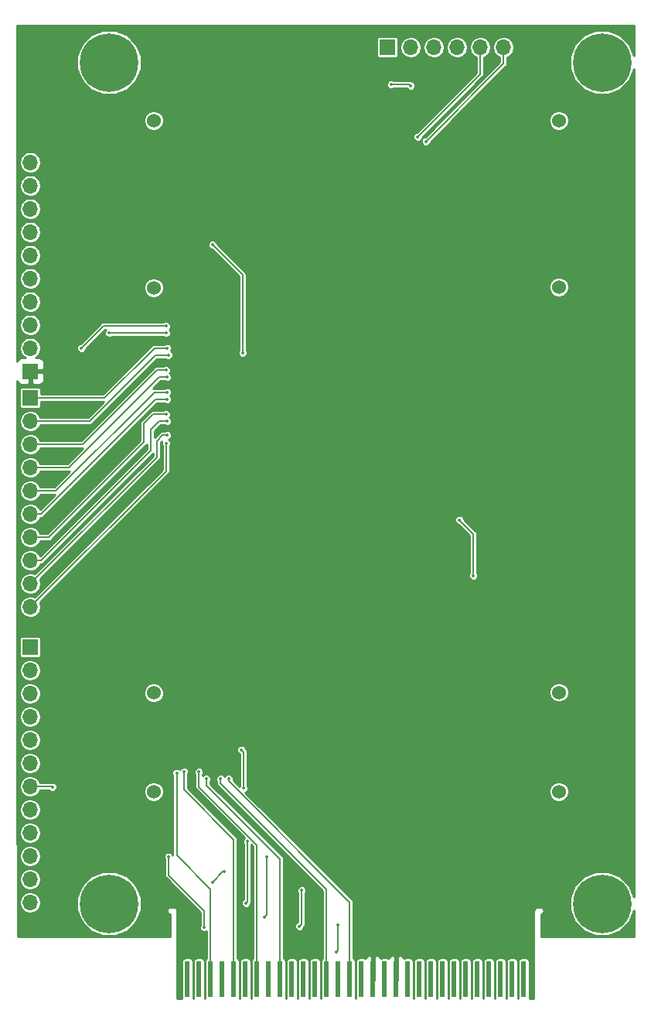
<source format=gbr>
%TF.GenerationSoftware,KiCad,Pcbnew,5.0.0*%
%TF.CreationDate,2018-07-30T20:43:33-05:00*%
%TF.ProjectId,breakout,627265616B6F75742E6B696361645F70,rev?*%
%TF.SameCoordinates,Original*%
%TF.FileFunction,Copper,L2,Bot,Signal*%
%TF.FilePolarity,Positive*%
%FSLAX46Y46*%
G04 Gerber Fmt 4.6, Leading zero omitted, Abs format (unit mm)*
G04 Created by KiCad (PCBNEW 5.0.0) date Mon Jul 30 20:43:33 2018*
%MOMM*%
%LPD*%
G01*
G04 APERTURE LIST*
%ADD10R,1.700000X1.700000*%
%ADD11O,1.700000X1.700000*%
%ADD12C,1.524000*%
%ADD13R,0.560000X4.000000*%
%ADD14C,6.400000*%
%ADD15C,0.355600*%
%ADD16C,0.177800*%
%ADD17C,0.254000*%
G04 APERTURE END LIST*
D10*
X84963000Y-101092000D03*
D11*
X84963000Y-98552000D03*
X84963000Y-96012000D03*
X84963000Y-93472000D03*
X84963000Y-90932000D03*
X84963000Y-88392000D03*
X84963000Y-85852000D03*
X84963000Y-83312000D03*
X84963000Y-80772000D03*
X84963000Y-78232000D03*
D12*
X142824200Y-136220200D03*
X142824200Y-91871800D03*
X98475800Y-136296400D03*
X98475800Y-91948000D03*
X98475800Y-147066000D03*
X142824200Y-147066000D03*
X142824200Y-73660000D03*
X98475800Y-73660000D03*
D13*
X102168800Y-167600000D03*
X103438800Y-167600000D03*
X104708800Y-167600000D03*
X105978800Y-167600000D03*
X107248800Y-167600000D03*
X108518800Y-167600000D03*
X109788800Y-167600000D03*
X111058800Y-167600000D03*
X112328800Y-167600000D03*
X113598800Y-167600000D03*
X114868800Y-167600000D03*
X116138800Y-167600000D03*
X117408800Y-167600000D03*
X118678800Y-167600000D03*
X119948800Y-167600000D03*
X121218800Y-167600000D03*
X122488800Y-167600000D03*
X123758800Y-167600000D03*
X125028800Y-167600000D03*
X126298800Y-167600000D03*
X127568800Y-167600000D03*
X128838800Y-167600000D03*
X130108800Y-167600000D03*
X131378800Y-167600000D03*
X132648800Y-167600000D03*
X133918800Y-167600000D03*
X135188800Y-167600000D03*
X136458800Y-167600000D03*
X137728800Y-167600000D03*
X138998800Y-167600000D03*
D14*
X93573600Y-67310000D03*
X147574000Y-67310000D03*
X93573600Y-159334400D03*
X147574000Y-159334400D03*
D10*
X84937600Y-131267200D03*
D11*
X84937600Y-133807200D03*
X84937600Y-136347200D03*
X84937600Y-138887200D03*
X84937600Y-141427200D03*
X84937600Y-143967200D03*
X84937600Y-146507200D03*
X84937600Y-149047200D03*
X84937600Y-151587200D03*
X84937600Y-154127200D03*
X84937600Y-156667200D03*
X84937600Y-159207200D03*
D10*
X124079000Y-65659000D03*
D11*
X126619000Y-65659000D03*
X129159000Y-65659000D03*
X131699000Y-65659000D03*
X134239000Y-65659000D03*
X136779000Y-65659000D03*
D10*
X84963000Y-104013000D03*
D11*
X84963000Y-106553000D03*
X84963000Y-109093000D03*
X84963000Y-111633000D03*
X84963000Y-114173000D03*
X84963000Y-116713000D03*
X84963000Y-119253000D03*
X84963000Y-121793000D03*
X84963000Y-124333000D03*
X84963000Y-126873000D03*
D15*
X118491000Y-164592000D03*
X118618000Y-161671000D03*
X114427000Y-161798000D03*
X114681000Y-157861000D03*
X110617000Y-160782000D03*
X110871000Y-154178000D03*
X108585000Y-159258000D03*
X108712000Y-152527000D03*
X104902000Y-156972000D03*
X106172000Y-155829000D03*
X126619000Y-69850000D03*
X124460000Y-69723000D03*
X125028800Y-167600000D03*
X122488800Y-167600000D03*
X99822000Y-96139000D03*
X90551000Y-98552000D03*
X99822000Y-96901000D03*
X93599000Y-96901000D03*
X133477000Y-123444000D03*
X131953000Y-117348000D03*
X108331000Y-146685000D03*
X108077000Y-142494000D03*
X108204000Y-99060000D03*
X104902000Y-87249000D03*
X87376000Y-146558000D03*
X100076000Y-154178000D03*
X104013000Y-161925000D03*
X100990400Y-145034000D03*
X101803200Y-144881600D03*
X103428800Y-144932400D03*
X104241600Y-145694400D03*
X105791000Y-145669000D03*
X106680000Y-145669000D03*
X128270000Y-75946000D03*
X127381000Y-75438000D03*
X99949000Y-98552000D03*
X100076000Y-99314000D03*
X99822000Y-100965000D03*
X99949000Y-101727000D03*
X99949000Y-103378000D03*
X99949000Y-104140000D03*
X99822000Y-105791000D03*
X99949000Y-106553000D03*
X99949000Y-108077000D03*
X99822000Y-108966000D03*
D16*
X118618000Y-161671000D02*
X118618000Y-164465000D01*
X118618000Y-164465000D02*
X118491000Y-164592000D01*
X114681000Y-157861000D02*
X114681000Y-161544000D01*
X114681000Y-161544000D02*
X114427000Y-161798000D01*
X110871000Y-154178000D02*
X110871000Y-160528000D01*
X110871000Y-160528000D02*
X110617000Y-160782000D01*
X108712000Y-152527000D02*
X108712000Y-159131000D01*
X108712000Y-159131000D02*
X108585000Y-159258000D01*
X106172000Y-155829000D02*
X106045000Y-155829000D01*
X106045000Y-155829000D02*
X104902000Y-156972000D01*
X124460000Y-69723000D02*
X126492000Y-69723000D01*
X126492000Y-69723000D02*
X126619000Y-69850000D01*
X92964000Y-96139000D02*
X99822000Y-96139000D01*
X90551000Y-98552000D02*
X92964000Y-96139000D01*
X93599000Y-96901000D02*
X99822000Y-96901000D01*
X133477000Y-118872000D02*
X133477000Y-123444000D01*
X131953000Y-117348000D02*
X133477000Y-118872000D01*
X108331000Y-142748000D02*
X108331000Y-146685000D01*
X108077000Y-142494000D02*
X108331000Y-142748000D01*
X108204000Y-90551000D02*
X108204000Y-99060000D01*
X104902000Y-87249000D02*
X108204000Y-90551000D01*
X84937600Y-146507200D02*
X87325200Y-146507200D01*
X87325200Y-146507200D02*
X87376000Y-146558000D01*
X104013000Y-160147000D02*
X104013000Y-161925000D01*
X100076000Y-154178000D02*
X100076000Y-155702000D01*
X100076000Y-155702000D02*
X100076000Y-156210000D01*
X100076000Y-156210000D02*
X104013000Y-160147000D01*
X104708800Y-167600000D02*
X104708800Y-157794800D01*
X100990400Y-154076400D02*
X100990400Y-145034000D01*
X104708800Y-157794800D02*
X100990400Y-154076400D01*
X107248800Y-167600000D02*
X107248800Y-152308400D01*
X101803200Y-146862800D02*
X101803200Y-144881600D01*
X107248800Y-152308400D02*
X101803200Y-146862800D01*
X109788800Y-167600000D02*
X109788800Y-152918000D01*
X103428800Y-146558000D02*
X103428800Y-144932400D01*
X109788800Y-152918000D02*
X103428800Y-146558000D01*
X112328800Y-167600000D02*
X112328800Y-154492800D01*
X104241600Y-146405600D02*
X104241600Y-145694400D01*
X112328800Y-154492800D02*
X104241600Y-146405600D01*
X117408800Y-167600000D02*
X117408800Y-157794800D01*
X105791000Y-146177000D02*
X105791000Y-145669000D01*
X117408800Y-157794800D02*
X105791000Y-146177000D01*
X119948800Y-167600000D02*
X119948800Y-159191800D01*
X106680000Y-145923000D02*
X106680000Y-145669000D01*
X119948800Y-159191800D02*
X106680000Y-145923000D01*
X136779000Y-65659000D02*
X136779000Y-67437000D01*
X136779000Y-67437000D02*
X128270000Y-75946000D01*
X134239000Y-65659000D02*
X134239000Y-68580000D01*
X134239000Y-68580000D02*
X127381000Y-75438000D01*
X84963000Y-104013000D02*
X93091000Y-104013000D01*
X98552000Y-98552000D02*
X99949000Y-98552000D01*
X93091000Y-104013000D02*
X98552000Y-98552000D01*
X84963000Y-106553000D02*
X91440000Y-106553000D01*
X98679000Y-99314000D02*
X100076000Y-99314000D01*
X91440000Y-106553000D02*
X98679000Y-99314000D01*
X84963000Y-109093000D02*
X90678000Y-109093000D01*
X98806000Y-100965000D02*
X99822000Y-100965000D01*
X90678000Y-109093000D02*
X98806000Y-100965000D01*
X84963000Y-111633000D02*
X89154000Y-111633000D01*
X99060000Y-101727000D02*
X99949000Y-101727000D01*
X89154000Y-111633000D02*
X99060000Y-101727000D01*
X84963000Y-114173000D02*
X87757000Y-114173000D01*
X98552000Y-103378000D02*
X99949000Y-103378000D01*
X87757000Y-114173000D02*
X98552000Y-103378000D01*
X84963000Y-116713000D02*
X86106000Y-116713000D01*
X98679000Y-104140000D02*
X99949000Y-104140000D01*
X86106000Y-116713000D02*
X98679000Y-104140000D01*
X84963000Y-119253000D02*
X86995000Y-119253000D01*
X98425000Y-105791000D02*
X99822000Y-105791000D01*
X97409000Y-106807000D02*
X98425000Y-105791000D01*
X97409000Y-108839000D02*
X97409000Y-106807000D01*
X86995000Y-119253000D02*
X97409000Y-108839000D01*
X84963000Y-121793000D02*
X86106000Y-121793000D01*
X99060000Y-106553000D02*
X99949000Y-106553000D01*
X98171000Y-107442000D02*
X99060000Y-106553000D01*
X98171000Y-109728000D02*
X98171000Y-107442000D01*
X86106000Y-121793000D02*
X98171000Y-109728000D01*
X84963000Y-124333000D02*
X98806000Y-110490000D01*
X99441000Y-108077000D02*
X99949000Y-108077000D01*
X98806000Y-108712000D02*
X99441000Y-108077000D01*
X98806000Y-110490000D02*
X98806000Y-108712000D01*
X84963000Y-126873000D02*
X99822000Y-112014000D01*
X99822000Y-112014000D02*
X99822000Y-108966000D01*
D17*
G36*
X151101001Y-63415891D02*
X151101001Y-66587534D01*
X150570829Y-65307583D01*
X149576417Y-64313171D01*
X148277155Y-63775000D01*
X146870845Y-63775000D01*
X145571583Y-64313171D01*
X144577171Y-65307583D01*
X144039000Y-66606845D01*
X144039000Y-68013155D01*
X144577171Y-69312417D01*
X145571583Y-70306829D01*
X146870845Y-70845000D01*
X148277155Y-70845000D01*
X149576417Y-70306829D01*
X150570829Y-69312417D01*
X151101001Y-68032466D01*
X151101000Y-158611931D01*
X150570829Y-157331983D01*
X149576417Y-156337571D01*
X148277155Y-155799400D01*
X146870845Y-155799400D01*
X145571583Y-156337571D01*
X144577171Y-157331983D01*
X144039000Y-158631245D01*
X144039000Y-160037555D01*
X144577171Y-161336817D01*
X145571583Y-162331229D01*
X146870845Y-162869400D01*
X148277155Y-162869400D01*
X149576417Y-162331229D01*
X150570829Y-161336817D01*
X151101000Y-160056869D01*
X151101000Y-162912200D01*
X141024084Y-162912200D01*
X141023079Y-162912000D01*
X140893800Y-162912000D01*
X140893800Y-160488814D01*
X140977921Y-160472081D01*
X141108579Y-160384779D01*
X141195881Y-160254121D01*
X141226538Y-160100000D01*
X141195881Y-159945879D01*
X141108579Y-159815221D01*
X140977921Y-159727919D01*
X140862701Y-159705000D01*
X140537701Y-159705000D01*
X140498800Y-159697262D01*
X140459899Y-159705000D01*
X140344679Y-159727919D01*
X140214021Y-159815221D01*
X140126719Y-159945879D01*
X140096062Y-160100000D01*
X140103801Y-160138906D01*
X140103801Y-163276590D01*
X140094768Y-163322000D01*
X140103801Y-163367410D01*
X140103800Y-169705000D01*
X139599477Y-169705000D01*
X139620363Y-169600000D01*
X139620363Y-165600000D01*
X139594363Y-165469289D01*
X139520322Y-165358478D01*
X139409511Y-165284437D01*
X139278800Y-165258437D01*
X138718800Y-165258437D01*
X138588089Y-165284437D01*
X138477278Y-165358478D01*
X138403237Y-165469289D01*
X138377237Y-165600000D01*
X138377237Y-169600000D01*
X138398123Y-169705000D01*
X138329477Y-169705000D01*
X138350363Y-169600000D01*
X138350363Y-165600000D01*
X138324363Y-165469289D01*
X138250322Y-165358478D01*
X138139511Y-165284437D01*
X138008800Y-165258437D01*
X137448800Y-165258437D01*
X137318089Y-165284437D01*
X137207278Y-165358478D01*
X137133237Y-165469289D01*
X137107237Y-165600000D01*
X137107237Y-169600000D01*
X137128123Y-169705000D01*
X137059477Y-169705000D01*
X137080363Y-169600000D01*
X137080363Y-165600000D01*
X137054363Y-165469289D01*
X136980322Y-165358478D01*
X136869511Y-165284437D01*
X136738800Y-165258437D01*
X136178800Y-165258437D01*
X136048089Y-165284437D01*
X135937278Y-165358478D01*
X135863237Y-165469289D01*
X135837237Y-165600000D01*
X135837237Y-169600000D01*
X135858123Y-169705000D01*
X135789477Y-169705000D01*
X135810363Y-169600000D01*
X135810363Y-165600000D01*
X135784363Y-165469289D01*
X135710322Y-165358478D01*
X135599511Y-165284437D01*
X135468800Y-165258437D01*
X134908800Y-165258437D01*
X134778089Y-165284437D01*
X134667278Y-165358478D01*
X134593237Y-165469289D01*
X134567237Y-165600000D01*
X134567237Y-169600000D01*
X134588123Y-169705000D01*
X134519477Y-169705000D01*
X134540363Y-169600000D01*
X134540363Y-165600000D01*
X134514363Y-165469289D01*
X134440322Y-165358478D01*
X134329511Y-165284437D01*
X134198800Y-165258437D01*
X133638800Y-165258437D01*
X133508089Y-165284437D01*
X133397278Y-165358478D01*
X133323237Y-165469289D01*
X133297237Y-165600000D01*
X133297237Y-169600000D01*
X133318123Y-169705000D01*
X133249477Y-169705000D01*
X133270363Y-169600000D01*
X133270363Y-165600000D01*
X133244363Y-165469289D01*
X133170322Y-165358478D01*
X133059511Y-165284437D01*
X132928800Y-165258437D01*
X132368800Y-165258437D01*
X132238089Y-165284437D01*
X132127278Y-165358478D01*
X132053237Y-165469289D01*
X132027237Y-165600000D01*
X132027237Y-169600000D01*
X132048123Y-169705000D01*
X131979477Y-169705000D01*
X132000363Y-169600000D01*
X132000363Y-165600000D01*
X131974363Y-165469289D01*
X131900322Y-165358478D01*
X131789511Y-165284437D01*
X131658800Y-165258437D01*
X131098800Y-165258437D01*
X130968089Y-165284437D01*
X130857278Y-165358478D01*
X130783237Y-165469289D01*
X130757237Y-165600000D01*
X130757237Y-169600000D01*
X130778123Y-169705000D01*
X130709477Y-169705000D01*
X130730363Y-169600000D01*
X130730363Y-165600000D01*
X130704363Y-165469289D01*
X130630322Y-165358478D01*
X130519511Y-165284437D01*
X130388800Y-165258437D01*
X129828800Y-165258437D01*
X129698089Y-165284437D01*
X129587278Y-165358478D01*
X129513237Y-165469289D01*
X129487237Y-165600000D01*
X129487237Y-169600000D01*
X129508123Y-169705000D01*
X129439477Y-169705000D01*
X129460363Y-169600000D01*
X129460363Y-165600000D01*
X129434363Y-165469289D01*
X129360322Y-165358478D01*
X129249511Y-165284437D01*
X129118800Y-165258437D01*
X128558800Y-165258437D01*
X128428089Y-165284437D01*
X128317278Y-165358478D01*
X128243237Y-165469289D01*
X128217237Y-165600000D01*
X128217237Y-169600000D01*
X128238123Y-169705000D01*
X128169477Y-169705000D01*
X128190363Y-169600000D01*
X128190363Y-165600000D01*
X128164363Y-165469289D01*
X128090322Y-165358478D01*
X127979511Y-165284437D01*
X127848800Y-165258437D01*
X127288800Y-165258437D01*
X127158089Y-165284437D01*
X127047278Y-165358478D01*
X126973237Y-165469289D01*
X126947237Y-165600000D01*
X126947237Y-169600000D01*
X126968123Y-169705000D01*
X126899477Y-169705000D01*
X126920363Y-169600000D01*
X126920363Y-165600000D01*
X126894363Y-165469289D01*
X126820322Y-165358478D01*
X126709511Y-165284437D01*
X126578800Y-165258437D01*
X126018800Y-165258437D01*
X125888089Y-165284437D01*
X125870325Y-165296306D01*
X125847127Y-165240301D01*
X125668498Y-165061673D01*
X125435109Y-164965000D01*
X125314550Y-164965000D01*
X125155800Y-165123750D01*
X125155800Y-167473000D01*
X125175800Y-167473000D01*
X125175800Y-167727000D01*
X125155800Y-167727000D01*
X125155800Y-167747000D01*
X124901800Y-167747000D01*
X124901800Y-167727000D01*
X124881800Y-167727000D01*
X124881800Y-167473000D01*
X124901800Y-167473000D01*
X124901800Y-165123750D01*
X124743050Y-164965000D01*
X124622491Y-164965000D01*
X124389102Y-165061673D01*
X124210473Y-165240301D01*
X124187275Y-165296306D01*
X124169511Y-165284437D01*
X124038800Y-165258437D01*
X123478800Y-165258437D01*
X123348089Y-165284437D01*
X123330325Y-165296306D01*
X123307127Y-165240301D01*
X123128498Y-165061673D01*
X122895109Y-164965000D01*
X122774550Y-164965000D01*
X122615800Y-165123750D01*
X122615800Y-167473000D01*
X122635800Y-167473000D01*
X122635800Y-167727000D01*
X122615800Y-167727000D01*
X122615800Y-167747000D01*
X122361800Y-167747000D01*
X122361800Y-167727000D01*
X122341800Y-167727000D01*
X122341800Y-167473000D01*
X122361800Y-167473000D01*
X122361800Y-165123750D01*
X122203050Y-164965000D01*
X122082491Y-164965000D01*
X121849102Y-165061673D01*
X121670473Y-165240301D01*
X121647275Y-165296306D01*
X121629511Y-165284437D01*
X121498800Y-165258437D01*
X120938800Y-165258437D01*
X120808089Y-165284437D01*
X120697278Y-165358478D01*
X120623237Y-165469289D01*
X120597237Y-165600000D01*
X120597237Y-169600000D01*
X120618123Y-169705000D01*
X120549477Y-169705000D01*
X120570363Y-169600000D01*
X120570363Y-165600000D01*
X120544363Y-165469289D01*
X120470322Y-165358478D01*
X120372700Y-165293250D01*
X120372700Y-159233541D01*
X120381003Y-159191800D01*
X120372700Y-159150058D01*
X120372700Y-159150054D01*
X120348104Y-159026403D01*
X120254414Y-158886186D01*
X120219024Y-158862539D01*
X108518762Y-147162277D01*
X108621478Y-147119731D01*
X108765731Y-146975478D01*
X108818619Y-146847793D01*
X141727200Y-146847793D01*
X141727200Y-147284207D01*
X141894208Y-147687401D01*
X142202799Y-147995992D01*
X142605993Y-148163000D01*
X143042407Y-148163000D01*
X143445601Y-147995992D01*
X143754192Y-147687401D01*
X143921200Y-147284207D01*
X143921200Y-146847793D01*
X143754192Y-146444599D01*
X143445601Y-146136008D01*
X143042407Y-145969000D01*
X142605993Y-145969000D01*
X142202799Y-146136008D01*
X141894208Y-146444599D01*
X141727200Y-146847793D01*
X108818619Y-146847793D01*
X108843800Y-146787002D01*
X108843800Y-146582998D01*
X108765731Y-146394522D01*
X108754900Y-146383691D01*
X108754900Y-142789741D01*
X108763203Y-142747999D01*
X108754900Y-142706258D01*
X108754900Y-142706254D01*
X108730304Y-142582603D01*
X108636614Y-142442386D01*
X108601222Y-142418738D01*
X108589800Y-142407316D01*
X108589800Y-142391998D01*
X108511731Y-142203522D01*
X108367478Y-142059269D01*
X108179002Y-141981200D01*
X107974998Y-141981200D01*
X107786522Y-142059269D01*
X107642269Y-142203522D01*
X107564200Y-142391998D01*
X107564200Y-142596002D01*
X107642269Y-142784478D01*
X107786522Y-142928731D01*
X107907100Y-142978676D01*
X107907101Y-146383690D01*
X107896269Y-146394522D01*
X107853723Y-146497239D01*
X107173670Y-145817186D01*
X107192800Y-145771002D01*
X107192800Y-145566998D01*
X107114731Y-145378522D01*
X106970478Y-145234269D01*
X106782002Y-145156200D01*
X106577998Y-145156200D01*
X106389522Y-145234269D01*
X106245269Y-145378522D01*
X106235500Y-145402107D01*
X106225731Y-145378522D01*
X106081478Y-145234269D01*
X105893002Y-145156200D01*
X105688998Y-145156200D01*
X105500522Y-145234269D01*
X105356269Y-145378522D01*
X105278200Y-145566998D01*
X105278200Y-145771002D01*
X105356269Y-145959478D01*
X105367100Y-145970309D01*
X105367100Y-146135258D01*
X105358797Y-146177000D01*
X105367100Y-146218741D01*
X105367100Y-146218745D01*
X105391696Y-146342396D01*
X105485386Y-146482614D01*
X105520779Y-146506263D01*
X116984901Y-157970386D01*
X116984900Y-165293249D01*
X116887278Y-165358478D01*
X116813237Y-165469289D01*
X116787237Y-165600000D01*
X116787237Y-169600000D01*
X116808123Y-169705000D01*
X116739477Y-169705000D01*
X116760363Y-169600000D01*
X116760363Y-165600000D01*
X116734363Y-165469289D01*
X116660322Y-165358478D01*
X116549511Y-165284437D01*
X116418800Y-165258437D01*
X115858800Y-165258437D01*
X115728089Y-165284437D01*
X115617278Y-165358478D01*
X115543237Y-165469289D01*
X115517237Y-165600000D01*
X115517237Y-169600000D01*
X115538123Y-169705000D01*
X115469477Y-169705000D01*
X115490363Y-169600000D01*
X115490363Y-165600000D01*
X115464363Y-165469289D01*
X115390322Y-165358478D01*
X115279511Y-165284437D01*
X115148800Y-165258437D01*
X114588800Y-165258437D01*
X114458089Y-165284437D01*
X114347278Y-165358478D01*
X114273237Y-165469289D01*
X114247237Y-165600000D01*
X114247237Y-169600000D01*
X114268123Y-169705000D01*
X114199477Y-169705000D01*
X114220363Y-169600000D01*
X114220363Y-165600000D01*
X114194363Y-165469289D01*
X114120322Y-165358478D01*
X114009511Y-165284437D01*
X113878800Y-165258437D01*
X113318800Y-165258437D01*
X113188089Y-165284437D01*
X113077278Y-165358478D01*
X113003237Y-165469289D01*
X112977237Y-165600000D01*
X112977237Y-169600000D01*
X112998123Y-169705000D01*
X112929477Y-169705000D01*
X112950363Y-169600000D01*
X112950363Y-165600000D01*
X112924363Y-165469289D01*
X112850322Y-165358478D01*
X112752700Y-165293250D01*
X112752700Y-161695998D01*
X113914200Y-161695998D01*
X113914200Y-161900002D01*
X113992269Y-162088478D01*
X114136522Y-162232731D01*
X114324998Y-162310800D01*
X114529002Y-162310800D01*
X114717478Y-162232731D01*
X114861731Y-162088478D01*
X114939800Y-161900002D01*
X114939800Y-161884684D01*
X114951221Y-161873263D01*
X114986614Y-161849614D01*
X115080304Y-161709397D01*
X115104900Y-161585746D01*
X115104900Y-161585742D01*
X115113203Y-161544001D01*
X115104900Y-161502259D01*
X115104900Y-158162309D01*
X115115731Y-158151478D01*
X115193800Y-157963002D01*
X115193800Y-157758998D01*
X115115731Y-157570522D01*
X114971478Y-157426269D01*
X114783002Y-157348200D01*
X114578998Y-157348200D01*
X114390522Y-157426269D01*
X114246269Y-157570522D01*
X114168200Y-157758998D01*
X114168200Y-157963002D01*
X114246269Y-158151478D01*
X114257100Y-158162309D01*
X114257101Y-161313324D01*
X114136522Y-161363269D01*
X113992269Y-161507522D01*
X113914200Y-161695998D01*
X112752700Y-161695998D01*
X112752700Y-154534541D01*
X112761003Y-154492800D01*
X112752700Y-154451058D01*
X112752700Y-154451054D01*
X112728104Y-154327403D01*
X112634414Y-154187186D01*
X112599024Y-154163539D01*
X104665500Y-146230016D01*
X104665500Y-145995709D01*
X104676331Y-145984878D01*
X104754400Y-145796402D01*
X104754400Y-145592398D01*
X104676331Y-145403922D01*
X104532078Y-145259669D01*
X104343602Y-145181600D01*
X104139598Y-145181600D01*
X103951122Y-145259669D01*
X103852700Y-145358091D01*
X103852700Y-145233709D01*
X103863531Y-145222878D01*
X103941600Y-145034402D01*
X103941600Y-144830398D01*
X103863531Y-144641922D01*
X103719278Y-144497669D01*
X103530802Y-144419600D01*
X103326798Y-144419600D01*
X103138322Y-144497669D01*
X102994069Y-144641922D01*
X102916000Y-144830398D01*
X102916000Y-145034402D01*
X102994069Y-145222878D01*
X103004901Y-145233710D01*
X103004900Y-146516258D01*
X102996597Y-146558000D01*
X103004900Y-146599741D01*
X103004900Y-146599745D01*
X103029496Y-146723396D01*
X103123186Y-146863614D01*
X103158579Y-146887263D01*
X108392553Y-152121238D01*
X108277269Y-152236522D01*
X108199200Y-152424998D01*
X108199200Y-152629002D01*
X108277269Y-152817478D01*
X108288100Y-152828309D01*
X108288101Y-158829690D01*
X108150269Y-158967522D01*
X108072200Y-159155998D01*
X108072200Y-159360002D01*
X108150269Y-159548478D01*
X108294522Y-159692731D01*
X108482998Y-159770800D01*
X108687002Y-159770800D01*
X108875478Y-159692731D01*
X109019731Y-159548478D01*
X109097800Y-159360002D01*
X109097800Y-159316607D01*
X109111304Y-159296397D01*
X109135900Y-159172746D01*
X109135900Y-159172742D01*
X109144203Y-159131001D01*
X109135900Y-159089259D01*
X109135900Y-152864585D01*
X109364901Y-153093586D01*
X109364900Y-165293249D01*
X109267278Y-165358478D01*
X109193237Y-165469289D01*
X109167237Y-165600000D01*
X109167237Y-169600000D01*
X109188123Y-169705000D01*
X109119477Y-169705000D01*
X109140363Y-169600000D01*
X109140363Y-165600000D01*
X109114363Y-165469289D01*
X109040322Y-165358478D01*
X108929511Y-165284437D01*
X108798800Y-165258437D01*
X108238800Y-165258437D01*
X108108089Y-165284437D01*
X107997278Y-165358478D01*
X107923237Y-165469289D01*
X107897237Y-165600000D01*
X107897237Y-169600000D01*
X107918123Y-169705000D01*
X107849477Y-169705000D01*
X107870363Y-169600000D01*
X107870363Y-165600000D01*
X107844363Y-165469289D01*
X107770322Y-165358478D01*
X107672700Y-165293250D01*
X107672700Y-152350140D01*
X107681003Y-152308399D01*
X107672700Y-152266658D01*
X107672700Y-152266654D01*
X107648104Y-152143003D01*
X107554414Y-152002786D01*
X107519024Y-151979139D01*
X102227100Y-146687216D01*
X102227100Y-145182909D01*
X102237931Y-145172078D01*
X102316000Y-144983602D01*
X102316000Y-144779598D01*
X102237931Y-144591122D01*
X102093678Y-144446869D01*
X101905202Y-144368800D01*
X101701198Y-144368800D01*
X101512722Y-144446869D01*
X101368469Y-144591122D01*
X101340428Y-144658819D01*
X101280878Y-144599269D01*
X101092402Y-144521200D01*
X100888398Y-144521200D01*
X100699922Y-144599269D01*
X100555669Y-144743522D01*
X100477600Y-144931998D01*
X100477600Y-145136002D01*
X100555669Y-145324478D01*
X100566501Y-145335310D01*
X100566500Y-154022161D01*
X100510731Y-153887522D01*
X100366478Y-153743269D01*
X100178002Y-153665200D01*
X99973998Y-153665200D01*
X99785522Y-153743269D01*
X99641269Y-153887522D01*
X99563200Y-154075998D01*
X99563200Y-154280002D01*
X99641269Y-154468478D01*
X99652100Y-154479309D01*
X99652101Y-155660250D01*
X99652100Y-155660255D01*
X99652101Y-156168254D01*
X99643797Y-156210000D01*
X99654485Y-156263731D01*
X99676697Y-156375397D01*
X99770387Y-156515614D01*
X99805776Y-156539260D01*
X103589100Y-160322585D01*
X103589101Y-161623690D01*
X103578269Y-161634522D01*
X103500200Y-161822998D01*
X103500200Y-162027002D01*
X103578269Y-162215478D01*
X103722522Y-162359731D01*
X103910998Y-162437800D01*
X104115002Y-162437800D01*
X104284901Y-162367426D01*
X104284900Y-165293249D01*
X104187278Y-165358478D01*
X104113237Y-165469289D01*
X104087237Y-165600000D01*
X104087237Y-169600000D01*
X104108123Y-169705000D01*
X104039477Y-169705000D01*
X104060363Y-169600000D01*
X104060363Y-165600000D01*
X104034363Y-165469289D01*
X103960322Y-165358478D01*
X103849511Y-165284437D01*
X103718800Y-165258437D01*
X103158800Y-165258437D01*
X103028089Y-165284437D01*
X102917278Y-165358478D01*
X102843237Y-165469289D01*
X102817237Y-165600000D01*
X102817237Y-169600000D01*
X102838123Y-169705000D01*
X102769477Y-169705000D01*
X102790363Y-169600000D01*
X102790363Y-165600000D01*
X102764363Y-165469289D01*
X102690322Y-165358478D01*
X102579511Y-165284437D01*
X102448800Y-165258437D01*
X101888800Y-165258437D01*
X101758089Y-165284437D01*
X101647278Y-165358478D01*
X101573237Y-165469289D01*
X101547237Y-165600000D01*
X101547237Y-169600000D01*
X101568123Y-169705000D01*
X101043800Y-169705000D01*
X101043800Y-163431253D01*
X101065532Y-163322000D01*
X101043800Y-163212747D01*
X101043800Y-160138901D01*
X101051538Y-160100000D01*
X101020881Y-159945879D01*
X100933579Y-159815221D01*
X100802921Y-159727919D01*
X100687701Y-159705000D01*
X100648800Y-159697262D01*
X100609899Y-159705000D01*
X100284899Y-159705000D01*
X100169679Y-159727919D01*
X100039021Y-159815221D01*
X99951719Y-159945879D01*
X99921062Y-160100000D01*
X99951719Y-160254121D01*
X100039021Y-160384779D01*
X100169679Y-160472081D01*
X100253801Y-160488814D01*
X100253801Y-162912000D01*
X83556537Y-162912000D01*
X83553259Y-159207200D01*
X83729385Y-159207200D01*
X83821355Y-159669564D01*
X84083263Y-160061537D01*
X84475236Y-160323445D01*
X84820890Y-160392200D01*
X85054310Y-160392200D01*
X85399964Y-160323445D01*
X85791937Y-160061537D01*
X86053845Y-159669564D01*
X86145815Y-159207200D01*
X86053845Y-158744836D01*
X85977946Y-158631245D01*
X90038600Y-158631245D01*
X90038600Y-160037555D01*
X90576771Y-161336817D01*
X91571183Y-162331229D01*
X92870445Y-162869400D01*
X94276755Y-162869400D01*
X95576017Y-162331229D01*
X96570429Y-161336817D01*
X97108600Y-160037555D01*
X97108600Y-158631245D01*
X96570429Y-157331983D01*
X95576017Y-156337571D01*
X94276755Y-155799400D01*
X92870445Y-155799400D01*
X91571183Y-156337571D01*
X90576771Y-157331983D01*
X90038600Y-158631245D01*
X85977946Y-158631245D01*
X85791937Y-158352863D01*
X85399964Y-158090955D01*
X85054310Y-158022200D01*
X84820890Y-158022200D01*
X84475236Y-158090955D01*
X84083263Y-158352863D01*
X83821355Y-158744836D01*
X83729385Y-159207200D01*
X83553259Y-159207200D01*
X83551012Y-156667200D01*
X83729385Y-156667200D01*
X83821355Y-157129564D01*
X84083263Y-157521537D01*
X84475236Y-157783445D01*
X84820890Y-157852200D01*
X85054310Y-157852200D01*
X85399964Y-157783445D01*
X85791937Y-157521537D01*
X86053845Y-157129564D01*
X86145815Y-156667200D01*
X86053845Y-156204836D01*
X85791937Y-155812863D01*
X85399964Y-155550955D01*
X85054310Y-155482200D01*
X84820890Y-155482200D01*
X84475236Y-155550955D01*
X84083263Y-155812863D01*
X83821355Y-156204836D01*
X83729385Y-156667200D01*
X83551012Y-156667200D01*
X83548765Y-154127200D01*
X83729385Y-154127200D01*
X83821355Y-154589564D01*
X84083263Y-154981537D01*
X84475236Y-155243445D01*
X84820890Y-155312200D01*
X85054310Y-155312200D01*
X85399964Y-155243445D01*
X85791937Y-154981537D01*
X86053845Y-154589564D01*
X86145815Y-154127200D01*
X86053845Y-153664836D01*
X85791937Y-153272863D01*
X85399964Y-153010955D01*
X85054310Y-152942200D01*
X84820890Y-152942200D01*
X84475236Y-153010955D01*
X84083263Y-153272863D01*
X83821355Y-153664836D01*
X83729385Y-154127200D01*
X83548765Y-154127200D01*
X83546518Y-151587200D01*
X83729385Y-151587200D01*
X83821355Y-152049564D01*
X84083263Y-152441537D01*
X84475236Y-152703445D01*
X84820890Y-152772200D01*
X85054310Y-152772200D01*
X85399964Y-152703445D01*
X85791937Y-152441537D01*
X86053845Y-152049564D01*
X86145815Y-151587200D01*
X86053845Y-151124836D01*
X85791937Y-150732863D01*
X85399964Y-150470955D01*
X85054310Y-150402200D01*
X84820890Y-150402200D01*
X84475236Y-150470955D01*
X84083263Y-150732863D01*
X83821355Y-151124836D01*
X83729385Y-151587200D01*
X83546518Y-151587200D01*
X83544271Y-149047200D01*
X83729385Y-149047200D01*
X83821355Y-149509564D01*
X84083263Y-149901537D01*
X84475236Y-150163445D01*
X84820890Y-150232200D01*
X85054310Y-150232200D01*
X85399964Y-150163445D01*
X85791937Y-149901537D01*
X86053845Y-149509564D01*
X86145815Y-149047200D01*
X86053845Y-148584836D01*
X85791937Y-148192863D01*
X85399964Y-147930955D01*
X85054310Y-147862200D01*
X84820890Y-147862200D01*
X84475236Y-147930955D01*
X84083263Y-148192863D01*
X83821355Y-148584836D01*
X83729385Y-149047200D01*
X83544271Y-149047200D01*
X83542024Y-146507200D01*
X83729385Y-146507200D01*
X83821355Y-146969564D01*
X84083263Y-147361537D01*
X84475236Y-147623445D01*
X84820890Y-147692200D01*
X85054310Y-147692200D01*
X85399964Y-147623445D01*
X85791937Y-147361537D01*
X86053845Y-146969564D01*
X86061496Y-146931100D01*
X87023891Y-146931100D01*
X87085522Y-146992731D01*
X87273998Y-147070800D01*
X87478002Y-147070800D01*
X87666478Y-146992731D01*
X87810731Y-146848478D01*
X87811014Y-146847793D01*
X97378800Y-146847793D01*
X97378800Y-147284207D01*
X97545808Y-147687401D01*
X97854399Y-147995992D01*
X98257593Y-148163000D01*
X98694007Y-148163000D01*
X99097201Y-147995992D01*
X99405792Y-147687401D01*
X99572800Y-147284207D01*
X99572800Y-146847793D01*
X99405792Y-146444599D01*
X99097201Y-146136008D01*
X98694007Y-145969000D01*
X98257593Y-145969000D01*
X97854399Y-146136008D01*
X97545808Y-146444599D01*
X97378800Y-146847793D01*
X87811014Y-146847793D01*
X87888800Y-146660002D01*
X87888800Y-146455998D01*
X87810731Y-146267522D01*
X87666478Y-146123269D01*
X87478002Y-146045200D01*
X87273998Y-146045200D01*
X87182016Y-146083300D01*
X86061496Y-146083300D01*
X86053845Y-146044836D01*
X85791937Y-145652863D01*
X85399964Y-145390955D01*
X85054310Y-145322200D01*
X84820890Y-145322200D01*
X84475236Y-145390955D01*
X84083263Y-145652863D01*
X83821355Y-146044836D01*
X83729385Y-146507200D01*
X83542024Y-146507200D01*
X83539776Y-143967200D01*
X83729385Y-143967200D01*
X83821355Y-144429564D01*
X84083263Y-144821537D01*
X84475236Y-145083445D01*
X84820890Y-145152200D01*
X85054310Y-145152200D01*
X85399964Y-145083445D01*
X85791937Y-144821537D01*
X86053845Y-144429564D01*
X86145815Y-143967200D01*
X86053845Y-143504836D01*
X85791937Y-143112863D01*
X85399964Y-142850955D01*
X85054310Y-142782200D01*
X84820890Y-142782200D01*
X84475236Y-142850955D01*
X84083263Y-143112863D01*
X83821355Y-143504836D01*
X83729385Y-143967200D01*
X83539776Y-143967200D01*
X83537528Y-141427200D01*
X83729385Y-141427200D01*
X83821355Y-141889564D01*
X84083263Y-142281537D01*
X84475236Y-142543445D01*
X84820890Y-142612200D01*
X85054310Y-142612200D01*
X85399964Y-142543445D01*
X85791937Y-142281537D01*
X86053845Y-141889564D01*
X86145815Y-141427200D01*
X86053845Y-140964836D01*
X85791937Y-140572863D01*
X85399964Y-140310955D01*
X85054310Y-140242200D01*
X84820890Y-140242200D01*
X84475236Y-140310955D01*
X84083263Y-140572863D01*
X83821355Y-140964836D01*
X83729385Y-141427200D01*
X83537528Y-141427200D01*
X83535280Y-138887200D01*
X83729385Y-138887200D01*
X83821355Y-139349564D01*
X84083263Y-139741537D01*
X84475236Y-140003445D01*
X84820890Y-140072200D01*
X85054310Y-140072200D01*
X85399964Y-140003445D01*
X85791937Y-139741537D01*
X86053845Y-139349564D01*
X86145815Y-138887200D01*
X86053845Y-138424836D01*
X85791937Y-138032863D01*
X85399964Y-137770955D01*
X85054310Y-137702200D01*
X84820890Y-137702200D01*
X84475236Y-137770955D01*
X84083263Y-138032863D01*
X83821355Y-138424836D01*
X83729385Y-138887200D01*
X83535280Y-138887200D01*
X83533032Y-136347200D01*
X83729385Y-136347200D01*
X83821355Y-136809564D01*
X84083263Y-137201537D01*
X84475236Y-137463445D01*
X84820890Y-137532200D01*
X85054310Y-137532200D01*
X85399964Y-137463445D01*
X85791937Y-137201537D01*
X86053845Y-136809564D01*
X86145815Y-136347200D01*
X86092307Y-136078193D01*
X97378800Y-136078193D01*
X97378800Y-136514607D01*
X97545808Y-136917801D01*
X97854399Y-137226392D01*
X98257593Y-137393400D01*
X98694007Y-137393400D01*
X99097201Y-137226392D01*
X99405792Y-136917801D01*
X99572800Y-136514607D01*
X99572800Y-136078193D01*
X99541238Y-136001993D01*
X141727200Y-136001993D01*
X141727200Y-136438407D01*
X141894208Y-136841601D01*
X142202799Y-137150192D01*
X142605993Y-137317200D01*
X143042407Y-137317200D01*
X143445601Y-137150192D01*
X143754192Y-136841601D01*
X143921200Y-136438407D01*
X143921200Y-136001993D01*
X143754192Y-135598799D01*
X143445601Y-135290208D01*
X143042407Y-135123200D01*
X142605993Y-135123200D01*
X142202799Y-135290208D01*
X141894208Y-135598799D01*
X141727200Y-136001993D01*
X99541238Y-136001993D01*
X99405792Y-135674999D01*
X99097201Y-135366408D01*
X98694007Y-135199400D01*
X98257593Y-135199400D01*
X97854399Y-135366408D01*
X97545808Y-135674999D01*
X97378800Y-136078193D01*
X86092307Y-136078193D01*
X86053845Y-135884836D01*
X85791937Y-135492863D01*
X85399964Y-135230955D01*
X85054310Y-135162200D01*
X84820890Y-135162200D01*
X84475236Y-135230955D01*
X84083263Y-135492863D01*
X83821355Y-135884836D01*
X83729385Y-136347200D01*
X83533032Y-136347200D01*
X83530784Y-133807200D01*
X83729385Y-133807200D01*
X83821355Y-134269564D01*
X84083263Y-134661537D01*
X84475236Y-134923445D01*
X84820890Y-134992200D01*
X85054310Y-134992200D01*
X85399964Y-134923445D01*
X85791937Y-134661537D01*
X86053845Y-134269564D01*
X86145815Y-133807200D01*
X86053845Y-133344836D01*
X85791937Y-132952863D01*
X85399964Y-132690955D01*
X85054310Y-132622200D01*
X84820890Y-132622200D01*
X84475236Y-132690955D01*
X84083263Y-132952863D01*
X83821355Y-133344836D01*
X83729385Y-133807200D01*
X83530784Y-133807200D01*
X83527784Y-130417200D01*
X83746037Y-130417200D01*
X83746037Y-132117200D01*
X83772037Y-132247911D01*
X83846078Y-132358722D01*
X83956889Y-132432763D01*
X84087600Y-132458763D01*
X85787600Y-132458763D01*
X85918311Y-132432763D01*
X86029122Y-132358722D01*
X86103163Y-132247911D01*
X86129163Y-132117200D01*
X86129163Y-130417200D01*
X86103163Y-130286489D01*
X86029122Y-130175678D01*
X85918311Y-130101637D01*
X85787600Y-130075637D01*
X84087600Y-130075637D01*
X83956889Y-130101637D01*
X83846078Y-130175678D01*
X83772037Y-130286489D01*
X83746037Y-130417200D01*
X83527784Y-130417200D01*
X83517903Y-119253000D01*
X83754785Y-119253000D01*
X83846755Y-119715364D01*
X84108663Y-120107337D01*
X84500636Y-120369245D01*
X84846290Y-120438000D01*
X85079710Y-120438000D01*
X85425364Y-120369245D01*
X85817337Y-120107337D01*
X86079245Y-119715364D01*
X86086896Y-119676900D01*
X86953259Y-119676900D01*
X86995000Y-119685203D01*
X87036741Y-119676900D01*
X87036746Y-119676900D01*
X87160397Y-119652304D01*
X87300614Y-119558614D01*
X87324263Y-119523221D01*
X97679225Y-109168260D01*
X97714614Y-109144614D01*
X97747100Y-109095995D01*
X97747100Y-109552415D01*
X86035039Y-121264477D01*
X85817337Y-120938663D01*
X85425364Y-120676755D01*
X85079710Y-120608000D01*
X84846290Y-120608000D01*
X84500636Y-120676755D01*
X84108663Y-120938663D01*
X83846755Y-121330636D01*
X83754785Y-121793000D01*
X83846755Y-122255364D01*
X84108663Y-122647337D01*
X84500636Y-122909245D01*
X84846290Y-122978000D01*
X85079710Y-122978000D01*
X85425364Y-122909245D01*
X85817337Y-122647337D01*
X86079245Y-122255364D01*
X86086034Y-122221232D01*
X86106000Y-122225203D01*
X86147741Y-122216900D01*
X86147746Y-122216900D01*
X86271397Y-122192304D01*
X86411614Y-122098614D01*
X86435263Y-122063221D01*
X98382100Y-110116385D01*
X98382100Y-110314415D01*
X85457973Y-123238543D01*
X85425364Y-123216755D01*
X85079710Y-123148000D01*
X84846290Y-123148000D01*
X84500636Y-123216755D01*
X84108663Y-123478663D01*
X83846755Y-123870636D01*
X83754785Y-124333000D01*
X83846755Y-124795364D01*
X84108663Y-125187337D01*
X84500636Y-125449245D01*
X84846290Y-125518000D01*
X85079710Y-125518000D01*
X85425364Y-125449245D01*
X85817337Y-125187337D01*
X86079245Y-124795364D01*
X86171215Y-124333000D01*
X86079245Y-123870636D01*
X86057457Y-123838027D01*
X99076225Y-110819260D01*
X99111614Y-110795614D01*
X99205304Y-110655397D01*
X99229900Y-110531746D01*
X99229900Y-110531742D01*
X99238203Y-110490001D01*
X99229900Y-110448260D01*
X99229900Y-108887584D01*
X99348595Y-108768889D01*
X99309200Y-108863998D01*
X99309200Y-109068002D01*
X99387269Y-109256478D01*
X99398101Y-109267310D01*
X99398100Y-111838415D01*
X85457973Y-125778543D01*
X85425364Y-125756755D01*
X85079710Y-125688000D01*
X84846290Y-125688000D01*
X84500636Y-125756755D01*
X84108663Y-126018663D01*
X83846755Y-126410636D01*
X83754785Y-126873000D01*
X83846755Y-127335364D01*
X84108663Y-127727337D01*
X84500636Y-127989245D01*
X84846290Y-128058000D01*
X85079710Y-128058000D01*
X85425364Y-127989245D01*
X85817337Y-127727337D01*
X86079245Y-127335364D01*
X86171215Y-126873000D01*
X86079245Y-126410636D01*
X86057457Y-126378027D01*
X95189486Y-117245998D01*
X131440200Y-117245998D01*
X131440200Y-117450002D01*
X131518269Y-117638478D01*
X131662522Y-117782731D01*
X131850998Y-117860800D01*
X131866316Y-117860800D01*
X133053100Y-119047586D01*
X133053101Y-123142690D01*
X133042269Y-123153522D01*
X132964200Y-123341998D01*
X132964200Y-123546002D01*
X133042269Y-123734478D01*
X133186522Y-123878731D01*
X133374998Y-123956800D01*
X133579002Y-123956800D01*
X133767478Y-123878731D01*
X133911731Y-123734478D01*
X133989800Y-123546002D01*
X133989800Y-123341998D01*
X133911731Y-123153522D01*
X133900900Y-123142691D01*
X133900900Y-118913740D01*
X133909203Y-118871999D01*
X133900900Y-118830258D01*
X133900900Y-118830254D01*
X133876304Y-118706603D01*
X133856251Y-118676591D01*
X133806261Y-118601775D01*
X133806259Y-118601773D01*
X133782614Y-118566386D01*
X133747228Y-118542742D01*
X132465800Y-117261316D01*
X132465800Y-117245998D01*
X132387731Y-117057522D01*
X132243478Y-116913269D01*
X132055002Y-116835200D01*
X131850998Y-116835200D01*
X131662522Y-116913269D01*
X131518269Y-117057522D01*
X131440200Y-117245998D01*
X95189486Y-117245998D01*
X100092225Y-112343260D01*
X100127614Y-112319614D01*
X100221304Y-112179397D01*
X100245900Y-112055746D01*
X100245900Y-112055742D01*
X100254203Y-112014001D01*
X100245900Y-111972260D01*
X100245900Y-109267309D01*
X100256731Y-109256478D01*
X100334800Y-109068002D01*
X100334800Y-108863998D01*
X100256731Y-108675522D01*
X100135860Y-108554651D01*
X100239478Y-108511731D01*
X100383731Y-108367478D01*
X100461800Y-108179002D01*
X100461800Y-107974998D01*
X100383731Y-107786522D01*
X100239478Y-107642269D01*
X100051002Y-107564200D01*
X99846998Y-107564200D01*
X99658522Y-107642269D01*
X99647691Y-107653100D01*
X99482743Y-107653100D01*
X99441000Y-107644797D01*
X99399257Y-107653100D01*
X99399254Y-107653100D01*
X99275603Y-107677696D01*
X99185352Y-107738000D01*
X99135386Y-107771386D01*
X99111739Y-107806776D01*
X98594900Y-108323616D01*
X98594900Y-107617584D01*
X99235585Y-106976900D01*
X99647691Y-106976900D01*
X99658522Y-106987731D01*
X99846998Y-107065800D01*
X100051002Y-107065800D01*
X100239478Y-106987731D01*
X100383731Y-106843478D01*
X100461800Y-106655002D01*
X100461800Y-106450998D01*
X100383731Y-106262522D01*
X100239478Y-106118269D01*
X100225663Y-106112546D01*
X100256731Y-106081478D01*
X100334800Y-105893002D01*
X100334800Y-105688998D01*
X100256731Y-105500522D01*
X100112478Y-105356269D01*
X99924002Y-105278200D01*
X99719998Y-105278200D01*
X99531522Y-105356269D01*
X99520691Y-105367100D01*
X98466741Y-105367100D01*
X98425000Y-105358797D01*
X98383258Y-105367100D01*
X98383254Y-105367100D01*
X98259603Y-105391696D01*
X98119386Y-105485386D01*
X98095739Y-105520776D01*
X97138776Y-106477740D01*
X97103387Y-106501386D01*
X97079740Y-106536776D01*
X97079739Y-106536777D01*
X97009697Y-106641603D01*
X96976797Y-106807000D01*
X96985101Y-106848746D01*
X96985100Y-108663415D01*
X86819416Y-118829100D01*
X86086896Y-118829100D01*
X86079245Y-118790636D01*
X85817337Y-118398663D01*
X85425364Y-118136755D01*
X85079710Y-118068000D01*
X84846290Y-118068000D01*
X84500636Y-118136755D01*
X84108663Y-118398663D01*
X83846755Y-118790636D01*
X83754785Y-119253000D01*
X83517903Y-119253000D01*
X83508911Y-109093000D01*
X83754785Y-109093000D01*
X83846755Y-109555364D01*
X84108663Y-109947337D01*
X84500636Y-110209245D01*
X84846290Y-110278000D01*
X85079710Y-110278000D01*
X85425364Y-110209245D01*
X85817337Y-109947337D01*
X86079245Y-109555364D01*
X86086896Y-109516900D01*
X90636259Y-109516900D01*
X90664916Y-109522600D01*
X88978416Y-111209100D01*
X86086896Y-111209100D01*
X86079245Y-111170636D01*
X85817337Y-110778663D01*
X85425364Y-110516755D01*
X85079710Y-110448000D01*
X84846290Y-110448000D01*
X84500636Y-110516755D01*
X84108663Y-110778663D01*
X83846755Y-111170636D01*
X83754785Y-111633000D01*
X83846755Y-112095364D01*
X84108663Y-112487337D01*
X84500636Y-112749245D01*
X84846290Y-112818000D01*
X85079710Y-112818000D01*
X85425364Y-112749245D01*
X85817337Y-112487337D01*
X86079245Y-112095364D01*
X86086896Y-112056900D01*
X89112259Y-112056900D01*
X89154000Y-112065203D01*
X89195741Y-112056900D01*
X89195746Y-112056900D01*
X89292951Y-112037564D01*
X87581416Y-113749100D01*
X86086896Y-113749100D01*
X86079245Y-113710636D01*
X85817337Y-113318663D01*
X85425364Y-113056755D01*
X85079710Y-112988000D01*
X84846290Y-112988000D01*
X84500636Y-113056755D01*
X84108663Y-113318663D01*
X83846755Y-113710636D01*
X83754785Y-114173000D01*
X83846755Y-114635364D01*
X84108663Y-115027337D01*
X84500636Y-115289245D01*
X84846290Y-115358000D01*
X85079710Y-115358000D01*
X85425364Y-115289245D01*
X85817337Y-115027337D01*
X86079245Y-114635364D01*
X86086896Y-114596900D01*
X87622616Y-114596900D01*
X86035039Y-116184477D01*
X85817337Y-115858663D01*
X85425364Y-115596755D01*
X85079710Y-115528000D01*
X84846290Y-115528000D01*
X84500636Y-115596755D01*
X84108663Y-115858663D01*
X83846755Y-116250636D01*
X83754785Y-116713000D01*
X83846755Y-117175364D01*
X84108663Y-117567337D01*
X84500636Y-117829245D01*
X84846290Y-117898000D01*
X85079710Y-117898000D01*
X85425364Y-117829245D01*
X85817337Y-117567337D01*
X86079245Y-117175364D01*
X86086034Y-117141232D01*
X86106000Y-117145203D01*
X86147741Y-117136900D01*
X86147746Y-117136900D01*
X86271397Y-117112304D01*
X86411614Y-117018614D01*
X86435263Y-116983221D01*
X98854585Y-104563900D01*
X99647691Y-104563900D01*
X99658522Y-104574731D01*
X99846998Y-104652800D01*
X100051002Y-104652800D01*
X100239478Y-104574731D01*
X100383731Y-104430478D01*
X100461800Y-104242002D01*
X100461800Y-104037998D01*
X100383731Y-103849522D01*
X100293209Y-103759000D01*
X100383731Y-103668478D01*
X100461800Y-103480002D01*
X100461800Y-103275998D01*
X100383731Y-103087522D01*
X100239478Y-102943269D01*
X100051002Y-102865200D01*
X99846998Y-102865200D01*
X99658522Y-102943269D01*
X99647691Y-102954100D01*
X98593740Y-102954100D01*
X98551999Y-102945797D01*
X98510258Y-102954100D01*
X98510254Y-102954100D01*
X98413049Y-102973435D01*
X99235585Y-102150900D01*
X99647691Y-102150900D01*
X99658522Y-102161731D01*
X99846998Y-102239800D01*
X100051002Y-102239800D01*
X100239478Y-102161731D01*
X100383731Y-102017478D01*
X100461800Y-101829002D01*
X100461800Y-101624998D01*
X100383731Y-101436522D01*
X100239478Y-101292269D01*
X100225663Y-101286546D01*
X100256731Y-101255478D01*
X100334800Y-101067002D01*
X100334800Y-100862998D01*
X100256731Y-100674522D01*
X100112478Y-100530269D01*
X99924002Y-100452200D01*
X99719998Y-100452200D01*
X99531522Y-100530269D01*
X99520691Y-100541100D01*
X98847743Y-100541100D01*
X98806000Y-100532797D01*
X98764257Y-100541100D01*
X98764254Y-100541100D01*
X98670745Y-100559700D01*
X98640602Y-100565696D01*
X98535776Y-100635739D01*
X98500386Y-100659386D01*
X98476739Y-100694776D01*
X90502416Y-108669100D01*
X86086896Y-108669100D01*
X86079245Y-108630636D01*
X85817337Y-108238663D01*
X85425364Y-107976755D01*
X85079710Y-107908000D01*
X84846290Y-107908000D01*
X84500636Y-107976755D01*
X84108663Y-108238663D01*
X83846755Y-108630636D01*
X83754785Y-109093000D01*
X83508911Y-109093000D01*
X83506663Y-106553000D01*
X83754785Y-106553000D01*
X83846755Y-107015364D01*
X84108663Y-107407337D01*
X84500636Y-107669245D01*
X84846290Y-107738000D01*
X85079710Y-107738000D01*
X85425364Y-107669245D01*
X85817337Y-107407337D01*
X86079245Y-107015364D01*
X86086896Y-106976900D01*
X91398259Y-106976900D01*
X91440000Y-106985203D01*
X91481741Y-106976900D01*
X91481746Y-106976900D01*
X91605397Y-106952304D01*
X91745614Y-106858614D01*
X91769263Y-106823221D01*
X98854585Y-99737900D01*
X99774691Y-99737900D01*
X99785522Y-99748731D01*
X99973998Y-99826800D01*
X100178002Y-99826800D01*
X100366478Y-99748731D01*
X100510731Y-99604478D01*
X100588800Y-99416002D01*
X100588800Y-99211998D01*
X100510731Y-99023522D01*
X100366478Y-98879269D01*
X100352663Y-98873546D01*
X100383731Y-98842478D01*
X100461800Y-98654002D01*
X100461800Y-98449998D01*
X100383731Y-98261522D01*
X100239478Y-98117269D01*
X100051002Y-98039200D01*
X99846998Y-98039200D01*
X99658522Y-98117269D01*
X99647691Y-98128100D01*
X98593741Y-98128100D01*
X98551999Y-98119797D01*
X98510258Y-98128100D01*
X98510254Y-98128100D01*
X98386603Y-98152696D01*
X98246386Y-98246386D01*
X98222739Y-98281776D01*
X92915416Y-103589100D01*
X86154563Y-103589100D01*
X86154563Y-103163000D01*
X86128563Y-103032289D01*
X86054522Y-102921478D01*
X85943711Y-102847437D01*
X85813000Y-102821437D01*
X84113000Y-102821437D01*
X83982289Y-102847437D01*
X83871478Y-102921478D01*
X83797437Y-103032289D01*
X83771437Y-103163000D01*
X83771437Y-104863000D01*
X83797437Y-104993711D01*
X83871478Y-105104522D01*
X83982289Y-105178563D01*
X84113000Y-105204563D01*
X85813000Y-105204563D01*
X85943711Y-105178563D01*
X86054522Y-105104522D01*
X86128563Y-104993711D01*
X86154563Y-104863000D01*
X86154563Y-104436900D01*
X92956616Y-104436900D01*
X91264416Y-106129100D01*
X86086896Y-106129100D01*
X86079245Y-106090636D01*
X85817337Y-105698663D01*
X85425364Y-105436755D01*
X85079710Y-105368000D01*
X84846290Y-105368000D01*
X84500636Y-105436755D01*
X84108663Y-105698663D01*
X83846755Y-106090636D01*
X83754785Y-106553000D01*
X83506663Y-106553000D01*
X83502746Y-102128052D01*
X83574673Y-102301699D01*
X83753302Y-102480327D01*
X83986691Y-102577000D01*
X84677250Y-102577000D01*
X84836000Y-102418250D01*
X84836000Y-101219000D01*
X85090000Y-101219000D01*
X85090000Y-102418250D01*
X85248750Y-102577000D01*
X85939309Y-102577000D01*
X86172698Y-102480327D01*
X86351327Y-102301699D01*
X86448000Y-102068310D01*
X86448000Y-101377750D01*
X86289250Y-101219000D01*
X85090000Y-101219000D01*
X84836000Y-101219000D01*
X84816000Y-101219000D01*
X84816000Y-100965000D01*
X84836000Y-100965000D01*
X84836000Y-100945000D01*
X85090000Y-100945000D01*
X85090000Y-100965000D01*
X86289250Y-100965000D01*
X86448000Y-100806250D01*
X86448000Y-100115690D01*
X86351327Y-99882301D01*
X86172698Y-99703673D01*
X85939309Y-99607000D01*
X85517024Y-99607000D01*
X85817337Y-99406337D01*
X86079245Y-99014364D01*
X86171215Y-98552000D01*
X86150926Y-98449998D01*
X90038200Y-98449998D01*
X90038200Y-98654002D01*
X90116269Y-98842478D01*
X90260522Y-98986731D01*
X90448998Y-99064800D01*
X90653002Y-99064800D01*
X90841478Y-98986731D01*
X90985731Y-98842478D01*
X91063800Y-98654002D01*
X91063800Y-98638684D01*
X93139585Y-96562900D01*
X93211891Y-96562900D01*
X93164269Y-96610522D01*
X93086200Y-96798998D01*
X93086200Y-97003002D01*
X93164269Y-97191478D01*
X93308522Y-97335731D01*
X93496998Y-97413800D01*
X93701002Y-97413800D01*
X93889478Y-97335731D01*
X93900309Y-97324900D01*
X99520691Y-97324900D01*
X99531522Y-97335731D01*
X99719998Y-97413800D01*
X99924002Y-97413800D01*
X100112478Y-97335731D01*
X100256731Y-97191478D01*
X100334800Y-97003002D01*
X100334800Y-96798998D01*
X100256731Y-96610522D01*
X100166209Y-96520000D01*
X100256731Y-96429478D01*
X100334800Y-96241002D01*
X100334800Y-96036998D01*
X100256731Y-95848522D01*
X100112478Y-95704269D01*
X99924002Y-95626200D01*
X99719998Y-95626200D01*
X99531522Y-95704269D01*
X99520691Y-95715100D01*
X93005740Y-95715100D01*
X92963999Y-95706797D01*
X92922258Y-95715100D01*
X92922254Y-95715100D01*
X92798603Y-95739696D01*
X92658386Y-95833386D01*
X92634739Y-95868776D01*
X90464316Y-98039200D01*
X90448998Y-98039200D01*
X90260522Y-98117269D01*
X90116269Y-98261522D01*
X90038200Y-98449998D01*
X86150926Y-98449998D01*
X86079245Y-98089636D01*
X85817337Y-97697663D01*
X85425364Y-97435755D01*
X85079710Y-97367000D01*
X84846290Y-97367000D01*
X84500636Y-97435755D01*
X84108663Y-97697663D01*
X83846755Y-98089636D01*
X83754785Y-98552000D01*
X83846755Y-99014364D01*
X84108663Y-99406337D01*
X84408976Y-99607000D01*
X83986691Y-99607000D01*
X83753302Y-99703673D01*
X83574673Y-99882301D01*
X83500916Y-100060366D01*
X83497334Y-96012000D01*
X83754785Y-96012000D01*
X83846755Y-96474364D01*
X84108663Y-96866337D01*
X84500636Y-97128245D01*
X84846290Y-97197000D01*
X85079710Y-97197000D01*
X85425364Y-97128245D01*
X85817337Y-96866337D01*
X86079245Y-96474364D01*
X86171215Y-96012000D01*
X86079245Y-95549636D01*
X85817337Y-95157663D01*
X85425364Y-94895755D01*
X85079710Y-94827000D01*
X84846290Y-94827000D01*
X84500636Y-94895755D01*
X84108663Y-95157663D01*
X83846755Y-95549636D01*
X83754785Y-96012000D01*
X83497334Y-96012000D01*
X83495087Y-93472000D01*
X83754785Y-93472000D01*
X83846755Y-93934364D01*
X84108663Y-94326337D01*
X84500636Y-94588245D01*
X84846290Y-94657000D01*
X85079710Y-94657000D01*
X85425364Y-94588245D01*
X85817337Y-94326337D01*
X86079245Y-93934364D01*
X86171215Y-93472000D01*
X86079245Y-93009636D01*
X85817337Y-92617663D01*
X85425364Y-92355755D01*
X85079710Y-92287000D01*
X84846290Y-92287000D01*
X84500636Y-92355755D01*
X84108663Y-92617663D01*
X83846755Y-93009636D01*
X83754785Y-93472000D01*
X83495087Y-93472000D01*
X83492840Y-90932000D01*
X83754785Y-90932000D01*
X83846755Y-91394364D01*
X84108663Y-91786337D01*
X84500636Y-92048245D01*
X84846290Y-92117000D01*
X85079710Y-92117000D01*
X85425364Y-92048245D01*
X85817337Y-91786337D01*
X85855118Y-91729793D01*
X97378800Y-91729793D01*
X97378800Y-92166207D01*
X97545808Y-92569401D01*
X97854399Y-92877992D01*
X98257593Y-93045000D01*
X98694007Y-93045000D01*
X99097201Y-92877992D01*
X99405792Y-92569401D01*
X99572800Y-92166207D01*
X99572800Y-91729793D01*
X99405792Y-91326599D01*
X99097201Y-91018008D01*
X98694007Y-90851000D01*
X98257593Y-90851000D01*
X97854399Y-91018008D01*
X97545808Y-91326599D01*
X97378800Y-91729793D01*
X85855118Y-91729793D01*
X86079245Y-91394364D01*
X86171215Y-90932000D01*
X86079245Y-90469636D01*
X85817337Y-90077663D01*
X85425364Y-89815755D01*
X85079710Y-89747000D01*
X84846290Y-89747000D01*
X84500636Y-89815755D01*
X84108663Y-90077663D01*
X83846755Y-90469636D01*
X83754785Y-90932000D01*
X83492840Y-90932000D01*
X83490593Y-88392000D01*
X83754785Y-88392000D01*
X83846755Y-88854364D01*
X84108663Y-89246337D01*
X84500636Y-89508245D01*
X84846290Y-89577000D01*
X85079710Y-89577000D01*
X85425364Y-89508245D01*
X85817337Y-89246337D01*
X86079245Y-88854364D01*
X86171215Y-88392000D01*
X86079245Y-87929636D01*
X85817337Y-87537663D01*
X85425364Y-87275755D01*
X85079710Y-87207000D01*
X84846290Y-87207000D01*
X84500636Y-87275755D01*
X84108663Y-87537663D01*
X83846755Y-87929636D01*
X83754785Y-88392000D01*
X83490593Y-88392000D01*
X83489492Y-87146998D01*
X104389200Y-87146998D01*
X104389200Y-87351002D01*
X104467269Y-87539478D01*
X104611522Y-87683731D01*
X104799998Y-87761800D01*
X104815316Y-87761800D01*
X107780100Y-90726585D01*
X107780101Y-98758690D01*
X107769269Y-98769522D01*
X107691200Y-98957998D01*
X107691200Y-99162002D01*
X107769269Y-99350478D01*
X107913522Y-99494731D01*
X108101998Y-99572800D01*
X108306002Y-99572800D01*
X108494478Y-99494731D01*
X108638731Y-99350478D01*
X108716800Y-99162002D01*
X108716800Y-98957998D01*
X108638731Y-98769522D01*
X108627900Y-98758691D01*
X108627900Y-91653593D01*
X141727200Y-91653593D01*
X141727200Y-92090007D01*
X141894208Y-92493201D01*
X142202799Y-92801792D01*
X142605993Y-92968800D01*
X143042407Y-92968800D01*
X143445601Y-92801792D01*
X143754192Y-92493201D01*
X143921200Y-92090007D01*
X143921200Y-91653593D01*
X143754192Y-91250399D01*
X143445601Y-90941808D01*
X143042407Y-90774800D01*
X142605993Y-90774800D01*
X142202799Y-90941808D01*
X141894208Y-91250399D01*
X141727200Y-91653593D01*
X108627900Y-91653593D01*
X108627900Y-90592741D01*
X108636203Y-90550999D01*
X108627900Y-90509258D01*
X108627900Y-90509254D01*
X108603304Y-90385603D01*
X108509614Y-90245386D01*
X108474225Y-90221740D01*
X105414800Y-87162316D01*
X105414800Y-87146998D01*
X105336731Y-86958522D01*
X105192478Y-86814269D01*
X105004002Y-86736200D01*
X104799998Y-86736200D01*
X104611522Y-86814269D01*
X104467269Y-86958522D01*
X104389200Y-87146998D01*
X83489492Y-87146998D01*
X83488345Y-85852000D01*
X83754785Y-85852000D01*
X83846755Y-86314364D01*
X84108663Y-86706337D01*
X84500636Y-86968245D01*
X84846290Y-87037000D01*
X85079710Y-87037000D01*
X85425364Y-86968245D01*
X85817337Y-86706337D01*
X86079245Y-86314364D01*
X86171215Y-85852000D01*
X86079245Y-85389636D01*
X85817337Y-84997663D01*
X85425364Y-84735755D01*
X85079710Y-84667000D01*
X84846290Y-84667000D01*
X84500636Y-84735755D01*
X84108663Y-84997663D01*
X83846755Y-85389636D01*
X83754785Y-85852000D01*
X83488345Y-85852000D01*
X83486097Y-83312000D01*
X83754785Y-83312000D01*
X83846755Y-83774364D01*
X84108663Y-84166337D01*
X84500636Y-84428245D01*
X84846290Y-84497000D01*
X85079710Y-84497000D01*
X85425364Y-84428245D01*
X85817337Y-84166337D01*
X86079245Y-83774364D01*
X86171215Y-83312000D01*
X86079245Y-82849636D01*
X85817337Y-82457663D01*
X85425364Y-82195755D01*
X85079710Y-82127000D01*
X84846290Y-82127000D01*
X84500636Y-82195755D01*
X84108663Y-82457663D01*
X83846755Y-82849636D01*
X83754785Y-83312000D01*
X83486097Y-83312000D01*
X83483849Y-80772000D01*
X83754785Y-80772000D01*
X83846755Y-81234364D01*
X84108663Y-81626337D01*
X84500636Y-81888245D01*
X84846290Y-81957000D01*
X85079710Y-81957000D01*
X85425364Y-81888245D01*
X85817337Y-81626337D01*
X86079245Y-81234364D01*
X86171215Y-80772000D01*
X86079245Y-80309636D01*
X85817337Y-79917663D01*
X85425364Y-79655755D01*
X85079710Y-79587000D01*
X84846290Y-79587000D01*
X84500636Y-79655755D01*
X84108663Y-79917663D01*
X83846755Y-80309636D01*
X83754785Y-80772000D01*
X83483849Y-80772000D01*
X83481601Y-78232000D01*
X83754785Y-78232000D01*
X83846755Y-78694364D01*
X84108663Y-79086337D01*
X84500636Y-79348245D01*
X84846290Y-79417000D01*
X85079710Y-79417000D01*
X85425364Y-79348245D01*
X85817337Y-79086337D01*
X86079245Y-78694364D01*
X86171215Y-78232000D01*
X86079245Y-77769636D01*
X85817337Y-77377663D01*
X85425364Y-77115755D01*
X85079710Y-77047000D01*
X84846290Y-77047000D01*
X84500636Y-77115755D01*
X84108663Y-77377663D01*
X83846755Y-77769636D01*
X83754785Y-78232000D01*
X83481601Y-78232000D01*
X83479039Y-75335998D01*
X126868200Y-75335998D01*
X126868200Y-75540002D01*
X126946269Y-75728478D01*
X127090522Y-75872731D01*
X127278998Y-75950800D01*
X127483002Y-75950800D01*
X127671478Y-75872731D01*
X127797497Y-75746712D01*
X127757200Y-75843998D01*
X127757200Y-76048002D01*
X127835269Y-76236478D01*
X127979522Y-76380731D01*
X128167998Y-76458800D01*
X128372002Y-76458800D01*
X128560478Y-76380731D01*
X128704731Y-76236478D01*
X128782800Y-76048002D01*
X128782800Y-76032684D01*
X131373691Y-73441793D01*
X141727200Y-73441793D01*
X141727200Y-73878207D01*
X141894208Y-74281401D01*
X142202799Y-74589992D01*
X142605993Y-74757000D01*
X143042407Y-74757000D01*
X143445601Y-74589992D01*
X143754192Y-74281401D01*
X143921200Y-73878207D01*
X143921200Y-73441793D01*
X143754192Y-73038599D01*
X143445601Y-72730008D01*
X143042407Y-72563000D01*
X142605993Y-72563000D01*
X142202799Y-72730008D01*
X141894208Y-73038599D01*
X141727200Y-73441793D01*
X131373691Y-73441793D01*
X137049224Y-67766261D01*
X137084614Y-67742614D01*
X137178304Y-67602397D01*
X137202900Y-67478746D01*
X137202900Y-67478742D01*
X137211203Y-67437001D01*
X137202900Y-67395259D01*
X137202900Y-66782896D01*
X137241364Y-66775245D01*
X137633337Y-66513337D01*
X137895245Y-66121364D01*
X137987215Y-65659000D01*
X137895245Y-65196636D01*
X137633337Y-64804663D01*
X137241364Y-64542755D01*
X136895710Y-64474000D01*
X136662290Y-64474000D01*
X136316636Y-64542755D01*
X135924663Y-64804663D01*
X135662755Y-65196636D01*
X135570785Y-65659000D01*
X135662755Y-66121364D01*
X135924663Y-66513337D01*
X136316636Y-66775245D01*
X136355101Y-66782896D01*
X136355101Y-67261414D01*
X128183316Y-75433200D01*
X128167998Y-75433200D01*
X127979522Y-75511269D01*
X127853503Y-75637288D01*
X127893800Y-75540002D01*
X127893800Y-75524684D01*
X134509224Y-68909261D01*
X134544614Y-68885614D01*
X134638304Y-68745397D01*
X134662900Y-68621746D01*
X134662900Y-68621743D01*
X134671203Y-68580000D01*
X134662900Y-68538257D01*
X134662900Y-66782896D01*
X134701364Y-66775245D01*
X135093337Y-66513337D01*
X135355245Y-66121364D01*
X135447215Y-65659000D01*
X135355245Y-65196636D01*
X135093337Y-64804663D01*
X134701364Y-64542755D01*
X134355710Y-64474000D01*
X134122290Y-64474000D01*
X133776636Y-64542755D01*
X133384663Y-64804663D01*
X133122755Y-65196636D01*
X133030785Y-65659000D01*
X133122755Y-66121364D01*
X133384663Y-66513337D01*
X133776636Y-66775245D01*
X133815100Y-66782896D01*
X133815101Y-68404414D01*
X127294316Y-74925200D01*
X127278998Y-74925200D01*
X127090522Y-75003269D01*
X126946269Y-75147522D01*
X126868200Y-75335998D01*
X83479039Y-75335998D01*
X83477362Y-73441793D01*
X97378800Y-73441793D01*
X97378800Y-73878207D01*
X97545808Y-74281401D01*
X97854399Y-74589992D01*
X98257593Y-74757000D01*
X98694007Y-74757000D01*
X99097201Y-74589992D01*
X99405792Y-74281401D01*
X99572800Y-73878207D01*
X99572800Y-73441793D01*
X99405792Y-73038599D01*
X99097201Y-72730008D01*
X98694007Y-72563000D01*
X98257593Y-72563000D01*
X97854399Y-72730008D01*
X97545808Y-73038599D01*
X97378800Y-73441793D01*
X83477362Y-73441793D01*
X83471312Y-66606845D01*
X90038600Y-66606845D01*
X90038600Y-68013155D01*
X90576771Y-69312417D01*
X91571183Y-70306829D01*
X92870445Y-70845000D01*
X94276755Y-70845000D01*
X95576017Y-70306829D01*
X96261848Y-69620998D01*
X123947200Y-69620998D01*
X123947200Y-69825002D01*
X124025269Y-70013478D01*
X124169522Y-70157731D01*
X124357998Y-70235800D01*
X124562002Y-70235800D01*
X124750478Y-70157731D01*
X124761309Y-70146900D01*
X126190691Y-70146900D01*
X126328522Y-70284731D01*
X126516998Y-70362800D01*
X126721002Y-70362800D01*
X126909478Y-70284731D01*
X127053731Y-70140478D01*
X127131800Y-69952002D01*
X127131800Y-69747998D01*
X127053731Y-69559522D01*
X126909478Y-69415269D01*
X126721002Y-69337200D01*
X126677607Y-69337200D01*
X126657397Y-69323696D01*
X126533746Y-69299100D01*
X126533741Y-69299100D01*
X126492000Y-69290797D01*
X126450259Y-69299100D01*
X124761309Y-69299100D01*
X124750478Y-69288269D01*
X124562002Y-69210200D01*
X124357998Y-69210200D01*
X124169522Y-69288269D01*
X124025269Y-69432522D01*
X123947200Y-69620998D01*
X96261848Y-69620998D01*
X96570429Y-69312417D01*
X97108600Y-68013155D01*
X97108600Y-66606845D01*
X96570429Y-65307583D01*
X96071846Y-64809000D01*
X122887437Y-64809000D01*
X122887437Y-66509000D01*
X122913437Y-66639711D01*
X122987478Y-66750522D01*
X123098289Y-66824563D01*
X123229000Y-66850563D01*
X124929000Y-66850563D01*
X125059711Y-66824563D01*
X125170522Y-66750522D01*
X125244563Y-66639711D01*
X125270563Y-66509000D01*
X125270563Y-65659000D01*
X125410785Y-65659000D01*
X125502755Y-66121364D01*
X125764663Y-66513337D01*
X126156636Y-66775245D01*
X126502290Y-66844000D01*
X126735710Y-66844000D01*
X127081364Y-66775245D01*
X127473337Y-66513337D01*
X127735245Y-66121364D01*
X127827215Y-65659000D01*
X127950785Y-65659000D01*
X128042755Y-66121364D01*
X128304663Y-66513337D01*
X128696636Y-66775245D01*
X129042290Y-66844000D01*
X129275710Y-66844000D01*
X129621364Y-66775245D01*
X130013337Y-66513337D01*
X130275245Y-66121364D01*
X130367215Y-65659000D01*
X130490785Y-65659000D01*
X130582755Y-66121364D01*
X130844663Y-66513337D01*
X131236636Y-66775245D01*
X131582290Y-66844000D01*
X131815710Y-66844000D01*
X132161364Y-66775245D01*
X132553337Y-66513337D01*
X132815245Y-66121364D01*
X132907215Y-65659000D01*
X132815245Y-65196636D01*
X132553337Y-64804663D01*
X132161364Y-64542755D01*
X131815710Y-64474000D01*
X131582290Y-64474000D01*
X131236636Y-64542755D01*
X130844663Y-64804663D01*
X130582755Y-65196636D01*
X130490785Y-65659000D01*
X130367215Y-65659000D01*
X130275245Y-65196636D01*
X130013337Y-64804663D01*
X129621364Y-64542755D01*
X129275710Y-64474000D01*
X129042290Y-64474000D01*
X128696636Y-64542755D01*
X128304663Y-64804663D01*
X128042755Y-65196636D01*
X127950785Y-65659000D01*
X127827215Y-65659000D01*
X127735245Y-65196636D01*
X127473337Y-64804663D01*
X127081364Y-64542755D01*
X126735710Y-64474000D01*
X126502290Y-64474000D01*
X126156636Y-64542755D01*
X125764663Y-64804663D01*
X125502755Y-65196636D01*
X125410785Y-65659000D01*
X125270563Y-65659000D01*
X125270563Y-64809000D01*
X125244563Y-64678289D01*
X125170522Y-64567478D01*
X125059711Y-64493437D01*
X124929000Y-64467437D01*
X123229000Y-64467437D01*
X123098289Y-64493437D01*
X122987478Y-64567478D01*
X122913437Y-64678289D01*
X122887437Y-64809000D01*
X96071846Y-64809000D01*
X95576017Y-64313171D01*
X94276755Y-63775000D01*
X92870445Y-63775000D01*
X91571183Y-64313171D01*
X90576771Y-65307583D01*
X90038600Y-66606845D01*
X83471312Y-66606845D01*
X83468363Y-63275000D01*
X151097725Y-63275000D01*
X151101001Y-63415891D01*
X151101001Y-63415891D01*
G37*
X151101001Y-63415891D02*
X151101001Y-66587534D01*
X150570829Y-65307583D01*
X149576417Y-64313171D01*
X148277155Y-63775000D01*
X146870845Y-63775000D01*
X145571583Y-64313171D01*
X144577171Y-65307583D01*
X144039000Y-66606845D01*
X144039000Y-68013155D01*
X144577171Y-69312417D01*
X145571583Y-70306829D01*
X146870845Y-70845000D01*
X148277155Y-70845000D01*
X149576417Y-70306829D01*
X150570829Y-69312417D01*
X151101001Y-68032466D01*
X151101000Y-158611931D01*
X150570829Y-157331983D01*
X149576417Y-156337571D01*
X148277155Y-155799400D01*
X146870845Y-155799400D01*
X145571583Y-156337571D01*
X144577171Y-157331983D01*
X144039000Y-158631245D01*
X144039000Y-160037555D01*
X144577171Y-161336817D01*
X145571583Y-162331229D01*
X146870845Y-162869400D01*
X148277155Y-162869400D01*
X149576417Y-162331229D01*
X150570829Y-161336817D01*
X151101000Y-160056869D01*
X151101000Y-162912200D01*
X141024084Y-162912200D01*
X141023079Y-162912000D01*
X140893800Y-162912000D01*
X140893800Y-160488814D01*
X140977921Y-160472081D01*
X141108579Y-160384779D01*
X141195881Y-160254121D01*
X141226538Y-160100000D01*
X141195881Y-159945879D01*
X141108579Y-159815221D01*
X140977921Y-159727919D01*
X140862701Y-159705000D01*
X140537701Y-159705000D01*
X140498800Y-159697262D01*
X140459899Y-159705000D01*
X140344679Y-159727919D01*
X140214021Y-159815221D01*
X140126719Y-159945879D01*
X140096062Y-160100000D01*
X140103801Y-160138906D01*
X140103801Y-163276590D01*
X140094768Y-163322000D01*
X140103801Y-163367410D01*
X140103800Y-169705000D01*
X139599477Y-169705000D01*
X139620363Y-169600000D01*
X139620363Y-165600000D01*
X139594363Y-165469289D01*
X139520322Y-165358478D01*
X139409511Y-165284437D01*
X139278800Y-165258437D01*
X138718800Y-165258437D01*
X138588089Y-165284437D01*
X138477278Y-165358478D01*
X138403237Y-165469289D01*
X138377237Y-165600000D01*
X138377237Y-169600000D01*
X138398123Y-169705000D01*
X138329477Y-169705000D01*
X138350363Y-169600000D01*
X138350363Y-165600000D01*
X138324363Y-165469289D01*
X138250322Y-165358478D01*
X138139511Y-165284437D01*
X138008800Y-165258437D01*
X137448800Y-165258437D01*
X137318089Y-165284437D01*
X137207278Y-165358478D01*
X137133237Y-165469289D01*
X137107237Y-165600000D01*
X137107237Y-169600000D01*
X137128123Y-169705000D01*
X137059477Y-169705000D01*
X137080363Y-169600000D01*
X137080363Y-165600000D01*
X137054363Y-165469289D01*
X136980322Y-165358478D01*
X136869511Y-165284437D01*
X136738800Y-165258437D01*
X136178800Y-165258437D01*
X136048089Y-165284437D01*
X135937278Y-165358478D01*
X135863237Y-165469289D01*
X135837237Y-165600000D01*
X135837237Y-169600000D01*
X135858123Y-169705000D01*
X135789477Y-169705000D01*
X135810363Y-169600000D01*
X135810363Y-165600000D01*
X135784363Y-165469289D01*
X135710322Y-165358478D01*
X135599511Y-165284437D01*
X135468800Y-165258437D01*
X134908800Y-165258437D01*
X134778089Y-165284437D01*
X134667278Y-165358478D01*
X134593237Y-165469289D01*
X134567237Y-165600000D01*
X134567237Y-169600000D01*
X134588123Y-169705000D01*
X134519477Y-169705000D01*
X134540363Y-169600000D01*
X134540363Y-165600000D01*
X134514363Y-165469289D01*
X134440322Y-165358478D01*
X134329511Y-165284437D01*
X134198800Y-165258437D01*
X133638800Y-165258437D01*
X133508089Y-165284437D01*
X133397278Y-165358478D01*
X133323237Y-165469289D01*
X133297237Y-165600000D01*
X133297237Y-169600000D01*
X133318123Y-169705000D01*
X133249477Y-169705000D01*
X133270363Y-169600000D01*
X133270363Y-165600000D01*
X133244363Y-165469289D01*
X133170322Y-165358478D01*
X133059511Y-165284437D01*
X132928800Y-165258437D01*
X132368800Y-165258437D01*
X132238089Y-165284437D01*
X132127278Y-165358478D01*
X132053237Y-165469289D01*
X132027237Y-165600000D01*
X132027237Y-169600000D01*
X132048123Y-169705000D01*
X131979477Y-169705000D01*
X132000363Y-169600000D01*
X132000363Y-165600000D01*
X131974363Y-165469289D01*
X131900322Y-165358478D01*
X131789511Y-165284437D01*
X131658800Y-165258437D01*
X131098800Y-165258437D01*
X130968089Y-165284437D01*
X130857278Y-165358478D01*
X130783237Y-165469289D01*
X130757237Y-165600000D01*
X130757237Y-169600000D01*
X130778123Y-169705000D01*
X130709477Y-169705000D01*
X130730363Y-169600000D01*
X130730363Y-165600000D01*
X130704363Y-165469289D01*
X130630322Y-165358478D01*
X130519511Y-165284437D01*
X130388800Y-165258437D01*
X129828800Y-165258437D01*
X129698089Y-165284437D01*
X129587278Y-165358478D01*
X129513237Y-165469289D01*
X129487237Y-165600000D01*
X129487237Y-169600000D01*
X129508123Y-169705000D01*
X129439477Y-169705000D01*
X129460363Y-169600000D01*
X129460363Y-165600000D01*
X129434363Y-165469289D01*
X129360322Y-165358478D01*
X129249511Y-165284437D01*
X129118800Y-165258437D01*
X128558800Y-165258437D01*
X128428089Y-165284437D01*
X128317278Y-165358478D01*
X128243237Y-165469289D01*
X128217237Y-165600000D01*
X128217237Y-169600000D01*
X128238123Y-169705000D01*
X128169477Y-169705000D01*
X128190363Y-169600000D01*
X128190363Y-165600000D01*
X128164363Y-165469289D01*
X128090322Y-165358478D01*
X127979511Y-165284437D01*
X127848800Y-165258437D01*
X127288800Y-165258437D01*
X127158089Y-165284437D01*
X127047278Y-165358478D01*
X126973237Y-165469289D01*
X126947237Y-165600000D01*
X126947237Y-169600000D01*
X126968123Y-169705000D01*
X126899477Y-169705000D01*
X126920363Y-169600000D01*
X126920363Y-165600000D01*
X126894363Y-165469289D01*
X126820322Y-165358478D01*
X126709511Y-165284437D01*
X126578800Y-165258437D01*
X126018800Y-165258437D01*
X125888089Y-165284437D01*
X125870325Y-165296306D01*
X125847127Y-165240301D01*
X125668498Y-165061673D01*
X125435109Y-164965000D01*
X125314550Y-164965000D01*
X125155800Y-165123750D01*
X125155800Y-167473000D01*
X125175800Y-167473000D01*
X125175800Y-167727000D01*
X125155800Y-167727000D01*
X125155800Y-167747000D01*
X124901800Y-167747000D01*
X124901800Y-167727000D01*
X124881800Y-167727000D01*
X124881800Y-167473000D01*
X124901800Y-167473000D01*
X124901800Y-165123750D01*
X124743050Y-164965000D01*
X124622491Y-164965000D01*
X124389102Y-165061673D01*
X124210473Y-165240301D01*
X124187275Y-165296306D01*
X124169511Y-165284437D01*
X124038800Y-165258437D01*
X123478800Y-165258437D01*
X123348089Y-165284437D01*
X123330325Y-165296306D01*
X123307127Y-165240301D01*
X123128498Y-165061673D01*
X122895109Y-164965000D01*
X122774550Y-164965000D01*
X122615800Y-165123750D01*
X122615800Y-167473000D01*
X122635800Y-167473000D01*
X122635800Y-167727000D01*
X122615800Y-167727000D01*
X122615800Y-167747000D01*
X122361800Y-167747000D01*
X122361800Y-167727000D01*
X122341800Y-167727000D01*
X122341800Y-167473000D01*
X122361800Y-167473000D01*
X122361800Y-165123750D01*
X122203050Y-164965000D01*
X122082491Y-164965000D01*
X121849102Y-165061673D01*
X121670473Y-165240301D01*
X121647275Y-165296306D01*
X121629511Y-165284437D01*
X121498800Y-165258437D01*
X120938800Y-165258437D01*
X120808089Y-165284437D01*
X120697278Y-165358478D01*
X120623237Y-165469289D01*
X120597237Y-165600000D01*
X120597237Y-169600000D01*
X120618123Y-169705000D01*
X120549477Y-169705000D01*
X120570363Y-169600000D01*
X120570363Y-165600000D01*
X120544363Y-165469289D01*
X120470322Y-165358478D01*
X120372700Y-165293250D01*
X120372700Y-159233541D01*
X120381003Y-159191800D01*
X120372700Y-159150058D01*
X120372700Y-159150054D01*
X120348104Y-159026403D01*
X120254414Y-158886186D01*
X120219024Y-158862539D01*
X108518762Y-147162277D01*
X108621478Y-147119731D01*
X108765731Y-146975478D01*
X108818619Y-146847793D01*
X141727200Y-146847793D01*
X141727200Y-147284207D01*
X141894208Y-147687401D01*
X142202799Y-147995992D01*
X142605993Y-148163000D01*
X143042407Y-148163000D01*
X143445601Y-147995992D01*
X143754192Y-147687401D01*
X143921200Y-147284207D01*
X143921200Y-146847793D01*
X143754192Y-146444599D01*
X143445601Y-146136008D01*
X143042407Y-145969000D01*
X142605993Y-145969000D01*
X142202799Y-146136008D01*
X141894208Y-146444599D01*
X141727200Y-146847793D01*
X108818619Y-146847793D01*
X108843800Y-146787002D01*
X108843800Y-146582998D01*
X108765731Y-146394522D01*
X108754900Y-146383691D01*
X108754900Y-142789741D01*
X108763203Y-142747999D01*
X108754900Y-142706258D01*
X108754900Y-142706254D01*
X108730304Y-142582603D01*
X108636614Y-142442386D01*
X108601222Y-142418738D01*
X108589800Y-142407316D01*
X108589800Y-142391998D01*
X108511731Y-142203522D01*
X108367478Y-142059269D01*
X108179002Y-141981200D01*
X107974998Y-141981200D01*
X107786522Y-142059269D01*
X107642269Y-142203522D01*
X107564200Y-142391998D01*
X107564200Y-142596002D01*
X107642269Y-142784478D01*
X107786522Y-142928731D01*
X107907100Y-142978676D01*
X107907101Y-146383690D01*
X107896269Y-146394522D01*
X107853723Y-146497239D01*
X107173670Y-145817186D01*
X107192800Y-145771002D01*
X107192800Y-145566998D01*
X107114731Y-145378522D01*
X106970478Y-145234269D01*
X106782002Y-145156200D01*
X106577998Y-145156200D01*
X106389522Y-145234269D01*
X106245269Y-145378522D01*
X106235500Y-145402107D01*
X106225731Y-145378522D01*
X106081478Y-145234269D01*
X105893002Y-145156200D01*
X105688998Y-145156200D01*
X105500522Y-145234269D01*
X105356269Y-145378522D01*
X105278200Y-145566998D01*
X105278200Y-145771002D01*
X105356269Y-145959478D01*
X105367100Y-145970309D01*
X105367100Y-146135258D01*
X105358797Y-146177000D01*
X105367100Y-146218741D01*
X105367100Y-146218745D01*
X105391696Y-146342396D01*
X105485386Y-146482614D01*
X105520779Y-146506263D01*
X116984901Y-157970386D01*
X116984900Y-165293249D01*
X116887278Y-165358478D01*
X116813237Y-165469289D01*
X116787237Y-165600000D01*
X116787237Y-169600000D01*
X116808123Y-169705000D01*
X116739477Y-169705000D01*
X116760363Y-169600000D01*
X116760363Y-165600000D01*
X116734363Y-165469289D01*
X116660322Y-165358478D01*
X116549511Y-165284437D01*
X116418800Y-165258437D01*
X115858800Y-165258437D01*
X115728089Y-165284437D01*
X115617278Y-165358478D01*
X115543237Y-165469289D01*
X115517237Y-165600000D01*
X115517237Y-169600000D01*
X115538123Y-169705000D01*
X115469477Y-169705000D01*
X115490363Y-169600000D01*
X115490363Y-165600000D01*
X115464363Y-165469289D01*
X115390322Y-165358478D01*
X115279511Y-165284437D01*
X115148800Y-165258437D01*
X114588800Y-165258437D01*
X114458089Y-165284437D01*
X114347278Y-165358478D01*
X114273237Y-165469289D01*
X114247237Y-165600000D01*
X114247237Y-169600000D01*
X114268123Y-169705000D01*
X114199477Y-169705000D01*
X114220363Y-169600000D01*
X114220363Y-165600000D01*
X114194363Y-165469289D01*
X114120322Y-165358478D01*
X114009511Y-165284437D01*
X113878800Y-165258437D01*
X113318800Y-165258437D01*
X113188089Y-165284437D01*
X113077278Y-165358478D01*
X113003237Y-165469289D01*
X112977237Y-165600000D01*
X112977237Y-169600000D01*
X112998123Y-169705000D01*
X112929477Y-169705000D01*
X112950363Y-169600000D01*
X112950363Y-165600000D01*
X112924363Y-165469289D01*
X112850322Y-165358478D01*
X112752700Y-165293250D01*
X112752700Y-161695998D01*
X113914200Y-161695998D01*
X113914200Y-161900002D01*
X113992269Y-162088478D01*
X114136522Y-162232731D01*
X114324998Y-162310800D01*
X114529002Y-162310800D01*
X114717478Y-162232731D01*
X114861731Y-162088478D01*
X114939800Y-161900002D01*
X114939800Y-161884684D01*
X114951221Y-161873263D01*
X114986614Y-161849614D01*
X115080304Y-161709397D01*
X115104900Y-161585746D01*
X115104900Y-161585742D01*
X115113203Y-161544001D01*
X115104900Y-161502259D01*
X115104900Y-158162309D01*
X115115731Y-158151478D01*
X115193800Y-157963002D01*
X115193800Y-157758998D01*
X115115731Y-157570522D01*
X114971478Y-157426269D01*
X114783002Y-157348200D01*
X114578998Y-157348200D01*
X114390522Y-157426269D01*
X114246269Y-157570522D01*
X114168200Y-157758998D01*
X114168200Y-157963002D01*
X114246269Y-158151478D01*
X114257100Y-158162309D01*
X114257101Y-161313324D01*
X114136522Y-161363269D01*
X113992269Y-161507522D01*
X113914200Y-161695998D01*
X112752700Y-161695998D01*
X112752700Y-154534541D01*
X112761003Y-154492800D01*
X112752700Y-154451058D01*
X112752700Y-154451054D01*
X112728104Y-154327403D01*
X112634414Y-154187186D01*
X112599024Y-154163539D01*
X104665500Y-146230016D01*
X104665500Y-145995709D01*
X104676331Y-145984878D01*
X104754400Y-145796402D01*
X104754400Y-145592398D01*
X104676331Y-145403922D01*
X104532078Y-145259669D01*
X104343602Y-145181600D01*
X104139598Y-145181600D01*
X103951122Y-145259669D01*
X103852700Y-145358091D01*
X103852700Y-145233709D01*
X103863531Y-145222878D01*
X103941600Y-145034402D01*
X103941600Y-144830398D01*
X103863531Y-144641922D01*
X103719278Y-144497669D01*
X103530802Y-144419600D01*
X103326798Y-144419600D01*
X103138322Y-144497669D01*
X102994069Y-144641922D01*
X102916000Y-144830398D01*
X102916000Y-145034402D01*
X102994069Y-145222878D01*
X103004901Y-145233710D01*
X103004900Y-146516258D01*
X102996597Y-146558000D01*
X103004900Y-146599741D01*
X103004900Y-146599745D01*
X103029496Y-146723396D01*
X103123186Y-146863614D01*
X103158579Y-146887263D01*
X108392553Y-152121238D01*
X108277269Y-152236522D01*
X108199200Y-152424998D01*
X108199200Y-152629002D01*
X108277269Y-152817478D01*
X108288100Y-152828309D01*
X108288101Y-158829690D01*
X108150269Y-158967522D01*
X108072200Y-159155998D01*
X108072200Y-159360002D01*
X108150269Y-159548478D01*
X108294522Y-159692731D01*
X108482998Y-159770800D01*
X108687002Y-159770800D01*
X108875478Y-159692731D01*
X109019731Y-159548478D01*
X109097800Y-159360002D01*
X109097800Y-159316607D01*
X109111304Y-159296397D01*
X109135900Y-159172746D01*
X109135900Y-159172742D01*
X109144203Y-159131001D01*
X109135900Y-159089259D01*
X109135900Y-152864585D01*
X109364901Y-153093586D01*
X109364900Y-165293249D01*
X109267278Y-165358478D01*
X109193237Y-165469289D01*
X109167237Y-165600000D01*
X109167237Y-169600000D01*
X109188123Y-169705000D01*
X109119477Y-169705000D01*
X109140363Y-169600000D01*
X109140363Y-165600000D01*
X109114363Y-165469289D01*
X109040322Y-165358478D01*
X108929511Y-165284437D01*
X108798800Y-165258437D01*
X108238800Y-165258437D01*
X108108089Y-165284437D01*
X107997278Y-165358478D01*
X107923237Y-165469289D01*
X107897237Y-165600000D01*
X107897237Y-169600000D01*
X107918123Y-169705000D01*
X107849477Y-169705000D01*
X107870363Y-169600000D01*
X107870363Y-165600000D01*
X107844363Y-165469289D01*
X107770322Y-165358478D01*
X107672700Y-165293250D01*
X107672700Y-152350140D01*
X107681003Y-152308399D01*
X107672700Y-152266658D01*
X107672700Y-152266654D01*
X107648104Y-152143003D01*
X107554414Y-152002786D01*
X107519024Y-151979139D01*
X102227100Y-146687216D01*
X102227100Y-145182909D01*
X102237931Y-145172078D01*
X102316000Y-144983602D01*
X102316000Y-144779598D01*
X102237931Y-144591122D01*
X102093678Y-144446869D01*
X101905202Y-144368800D01*
X101701198Y-144368800D01*
X101512722Y-144446869D01*
X101368469Y-144591122D01*
X101340428Y-144658819D01*
X101280878Y-144599269D01*
X101092402Y-144521200D01*
X100888398Y-144521200D01*
X100699922Y-144599269D01*
X100555669Y-144743522D01*
X100477600Y-144931998D01*
X100477600Y-145136002D01*
X100555669Y-145324478D01*
X100566501Y-145335310D01*
X100566500Y-154022161D01*
X100510731Y-153887522D01*
X100366478Y-153743269D01*
X100178002Y-153665200D01*
X99973998Y-153665200D01*
X99785522Y-153743269D01*
X99641269Y-153887522D01*
X99563200Y-154075998D01*
X99563200Y-154280002D01*
X99641269Y-154468478D01*
X99652100Y-154479309D01*
X99652101Y-155660250D01*
X99652100Y-155660255D01*
X99652101Y-156168254D01*
X99643797Y-156210000D01*
X99654485Y-156263731D01*
X99676697Y-156375397D01*
X99770387Y-156515614D01*
X99805776Y-156539260D01*
X103589100Y-160322585D01*
X103589101Y-161623690D01*
X103578269Y-161634522D01*
X103500200Y-161822998D01*
X103500200Y-162027002D01*
X103578269Y-162215478D01*
X103722522Y-162359731D01*
X103910998Y-162437800D01*
X104115002Y-162437800D01*
X104284901Y-162367426D01*
X104284900Y-165293249D01*
X104187278Y-165358478D01*
X104113237Y-165469289D01*
X104087237Y-165600000D01*
X104087237Y-169600000D01*
X104108123Y-169705000D01*
X104039477Y-169705000D01*
X104060363Y-169600000D01*
X104060363Y-165600000D01*
X104034363Y-165469289D01*
X103960322Y-165358478D01*
X103849511Y-165284437D01*
X103718800Y-165258437D01*
X103158800Y-165258437D01*
X103028089Y-165284437D01*
X102917278Y-165358478D01*
X102843237Y-165469289D01*
X102817237Y-165600000D01*
X102817237Y-169600000D01*
X102838123Y-169705000D01*
X102769477Y-169705000D01*
X102790363Y-169600000D01*
X102790363Y-165600000D01*
X102764363Y-165469289D01*
X102690322Y-165358478D01*
X102579511Y-165284437D01*
X102448800Y-165258437D01*
X101888800Y-165258437D01*
X101758089Y-165284437D01*
X101647278Y-165358478D01*
X101573237Y-165469289D01*
X101547237Y-165600000D01*
X101547237Y-169600000D01*
X101568123Y-169705000D01*
X101043800Y-169705000D01*
X101043800Y-163431253D01*
X101065532Y-163322000D01*
X101043800Y-163212747D01*
X101043800Y-160138901D01*
X101051538Y-160100000D01*
X101020881Y-159945879D01*
X100933579Y-159815221D01*
X100802921Y-159727919D01*
X100687701Y-159705000D01*
X100648800Y-159697262D01*
X100609899Y-159705000D01*
X100284899Y-159705000D01*
X100169679Y-159727919D01*
X100039021Y-159815221D01*
X99951719Y-159945879D01*
X99921062Y-160100000D01*
X99951719Y-160254121D01*
X100039021Y-160384779D01*
X100169679Y-160472081D01*
X100253801Y-160488814D01*
X100253801Y-162912000D01*
X83556537Y-162912000D01*
X83553259Y-159207200D01*
X83729385Y-159207200D01*
X83821355Y-159669564D01*
X84083263Y-160061537D01*
X84475236Y-160323445D01*
X84820890Y-160392200D01*
X85054310Y-160392200D01*
X85399964Y-160323445D01*
X85791937Y-160061537D01*
X86053845Y-159669564D01*
X86145815Y-159207200D01*
X86053845Y-158744836D01*
X85977946Y-158631245D01*
X90038600Y-158631245D01*
X90038600Y-160037555D01*
X90576771Y-161336817D01*
X91571183Y-162331229D01*
X92870445Y-162869400D01*
X94276755Y-162869400D01*
X95576017Y-162331229D01*
X96570429Y-161336817D01*
X97108600Y-160037555D01*
X97108600Y-158631245D01*
X96570429Y-157331983D01*
X95576017Y-156337571D01*
X94276755Y-155799400D01*
X92870445Y-155799400D01*
X91571183Y-156337571D01*
X90576771Y-157331983D01*
X90038600Y-158631245D01*
X85977946Y-158631245D01*
X85791937Y-158352863D01*
X85399964Y-158090955D01*
X85054310Y-158022200D01*
X84820890Y-158022200D01*
X84475236Y-158090955D01*
X84083263Y-158352863D01*
X83821355Y-158744836D01*
X83729385Y-159207200D01*
X83553259Y-159207200D01*
X83551012Y-156667200D01*
X83729385Y-156667200D01*
X83821355Y-157129564D01*
X84083263Y-157521537D01*
X84475236Y-157783445D01*
X84820890Y-157852200D01*
X85054310Y-157852200D01*
X85399964Y-157783445D01*
X85791937Y-157521537D01*
X86053845Y-157129564D01*
X86145815Y-156667200D01*
X86053845Y-156204836D01*
X85791937Y-155812863D01*
X85399964Y-155550955D01*
X85054310Y-155482200D01*
X84820890Y-155482200D01*
X84475236Y-155550955D01*
X84083263Y-155812863D01*
X83821355Y-156204836D01*
X83729385Y-156667200D01*
X83551012Y-156667200D01*
X83548765Y-154127200D01*
X83729385Y-154127200D01*
X83821355Y-154589564D01*
X84083263Y-154981537D01*
X84475236Y-155243445D01*
X84820890Y-155312200D01*
X85054310Y-155312200D01*
X85399964Y-155243445D01*
X85791937Y-154981537D01*
X86053845Y-154589564D01*
X86145815Y-154127200D01*
X86053845Y-153664836D01*
X85791937Y-153272863D01*
X85399964Y-153010955D01*
X85054310Y-152942200D01*
X84820890Y-152942200D01*
X84475236Y-153010955D01*
X84083263Y-153272863D01*
X83821355Y-153664836D01*
X83729385Y-154127200D01*
X83548765Y-154127200D01*
X83546518Y-151587200D01*
X83729385Y-151587200D01*
X83821355Y-152049564D01*
X84083263Y-152441537D01*
X84475236Y-152703445D01*
X84820890Y-152772200D01*
X85054310Y-152772200D01*
X85399964Y-152703445D01*
X85791937Y-152441537D01*
X86053845Y-152049564D01*
X86145815Y-151587200D01*
X86053845Y-151124836D01*
X85791937Y-150732863D01*
X85399964Y-150470955D01*
X85054310Y-150402200D01*
X84820890Y-150402200D01*
X84475236Y-150470955D01*
X84083263Y-150732863D01*
X83821355Y-151124836D01*
X83729385Y-151587200D01*
X83546518Y-151587200D01*
X83544271Y-149047200D01*
X83729385Y-149047200D01*
X83821355Y-149509564D01*
X84083263Y-149901537D01*
X84475236Y-150163445D01*
X84820890Y-150232200D01*
X85054310Y-150232200D01*
X85399964Y-150163445D01*
X85791937Y-149901537D01*
X86053845Y-149509564D01*
X86145815Y-149047200D01*
X86053845Y-148584836D01*
X85791937Y-148192863D01*
X85399964Y-147930955D01*
X85054310Y-147862200D01*
X84820890Y-147862200D01*
X84475236Y-147930955D01*
X84083263Y-148192863D01*
X83821355Y-148584836D01*
X83729385Y-149047200D01*
X83544271Y-149047200D01*
X83542024Y-146507200D01*
X83729385Y-146507200D01*
X83821355Y-146969564D01*
X84083263Y-147361537D01*
X84475236Y-147623445D01*
X84820890Y-147692200D01*
X85054310Y-147692200D01*
X85399964Y-147623445D01*
X85791937Y-147361537D01*
X86053845Y-146969564D01*
X86061496Y-146931100D01*
X87023891Y-146931100D01*
X87085522Y-146992731D01*
X87273998Y-147070800D01*
X87478002Y-147070800D01*
X87666478Y-146992731D01*
X87810731Y-146848478D01*
X87811014Y-146847793D01*
X97378800Y-146847793D01*
X97378800Y-147284207D01*
X97545808Y-147687401D01*
X97854399Y-147995992D01*
X98257593Y-148163000D01*
X98694007Y-148163000D01*
X99097201Y-147995992D01*
X99405792Y-147687401D01*
X99572800Y-147284207D01*
X99572800Y-146847793D01*
X99405792Y-146444599D01*
X99097201Y-146136008D01*
X98694007Y-145969000D01*
X98257593Y-145969000D01*
X97854399Y-146136008D01*
X97545808Y-146444599D01*
X97378800Y-146847793D01*
X87811014Y-146847793D01*
X87888800Y-146660002D01*
X87888800Y-146455998D01*
X87810731Y-146267522D01*
X87666478Y-146123269D01*
X87478002Y-146045200D01*
X87273998Y-146045200D01*
X87182016Y-146083300D01*
X86061496Y-146083300D01*
X86053845Y-146044836D01*
X85791937Y-145652863D01*
X85399964Y-145390955D01*
X85054310Y-145322200D01*
X84820890Y-145322200D01*
X84475236Y-145390955D01*
X84083263Y-145652863D01*
X83821355Y-146044836D01*
X83729385Y-146507200D01*
X83542024Y-146507200D01*
X83539776Y-143967200D01*
X83729385Y-143967200D01*
X83821355Y-144429564D01*
X84083263Y-144821537D01*
X84475236Y-145083445D01*
X84820890Y-145152200D01*
X85054310Y-145152200D01*
X85399964Y-145083445D01*
X85791937Y-144821537D01*
X86053845Y-144429564D01*
X86145815Y-143967200D01*
X86053845Y-143504836D01*
X85791937Y-143112863D01*
X85399964Y-142850955D01*
X85054310Y-142782200D01*
X84820890Y-142782200D01*
X84475236Y-142850955D01*
X84083263Y-143112863D01*
X83821355Y-143504836D01*
X83729385Y-143967200D01*
X83539776Y-143967200D01*
X83537528Y-141427200D01*
X83729385Y-141427200D01*
X83821355Y-141889564D01*
X84083263Y-142281537D01*
X84475236Y-142543445D01*
X84820890Y-142612200D01*
X85054310Y-142612200D01*
X85399964Y-142543445D01*
X85791937Y-142281537D01*
X86053845Y-141889564D01*
X86145815Y-141427200D01*
X86053845Y-140964836D01*
X85791937Y-140572863D01*
X85399964Y-140310955D01*
X85054310Y-140242200D01*
X84820890Y-140242200D01*
X84475236Y-140310955D01*
X84083263Y-140572863D01*
X83821355Y-140964836D01*
X83729385Y-141427200D01*
X83537528Y-141427200D01*
X83535280Y-138887200D01*
X83729385Y-138887200D01*
X83821355Y-139349564D01*
X84083263Y-139741537D01*
X84475236Y-140003445D01*
X84820890Y-140072200D01*
X85054310Y-140072200D01*
X85399964Y-140003445D01*
X85791937Y-139741537D01*
X86053845Y-139349564D01*
X86145815Y-138887200D01*
X86053845Y-138424836D01*
X85791937Y-138032863D01*
X85399964Y-137770955D01*
X85054310Y-137702200D01*
X84820890Y-137702200D01*
X84475236Y-137770955D01*
X84083263Y-138032863D01*
X83821355Y-138424836D01*
X83729385Y-138887200D01*
X83535280Y-138887200D01*
X83533032Y-136347200D01*
X83729385Y-136347200D01*
X83821355Y-136809564D01*
X84083263Y-137201537D01*
X84475236Y-137463445D01*
X84820890Y-137532200D01*
X85054310Y-137532200D01*
X85399964Y-137463445D01*
X85791937Y-137201537D01*
X86053845Y-136809564D01*
X86145815Y-136347200D01*
X86092307Y-136078193D01*
X97378800Y-136078193D01*
X97378800Y-136514607D01*
X97545808Y-136917801D01*
X97854399Y-137226392D01*
X98257593Y-137393400D01*
X98694007Y-137393400D01*
X99097201Y-137226392D01*
X99405792Y-136917801D01*
X99572800Y-136514607D01*
X99572800Y-136078193D01*
X99541238Y-136001993D01*
X141727200Y-136001993D01*
X141727200Y-136438407D01*
X141894208Y-136841601D01*
X142202799Y-137150192D01*
X142605993Y-137317200D01*
X143042407Y-137317200D01*
X143445601Y-137150192D01*
X143754192Y-136841601D01*
X143921200Y-136438407D01*
X143921200Y-136001993D01*
X143754192Y-135598799D01*
X143445601Y-135290208D01*
X143042407Y-135123200D01*
X142605993Y-135123200D01*
X142202799Y-135290208D01*
X141894208Y-135598799D01*
X141727200Y-136001993D01*
X99541238Y-136001993D01*
X99405792Y-135674999D01*
X99097201Y-135366408D01*
X98694007Y-135199400D01*
X98257593Y-135199400D01*
X97854399Y-135366408D01*
X97545808Y-135674999D01*
X97378800Y-136078193D01*
X86092307Y-136078193D01*
X86053845Y-135884836D01*
X85791937Y-135492863D01*
X85399964Y-135230955D01*
X85054310Y-135162200D01*
X84820890Y-135162200D01*
X84475236Y-135230955D01*
X84083263Y-135492863D01*
X83821355Y-135884836D01*
X83729385Y-136347200D01*
X83533032Y-136347200D01*
X83530784Y-133807200D01*
X83729385Y-133807200D01*
X83821355Y-134269564D01*
X84083263Y-134661537D01*
X84475236Y-134923445D01*
X84820890Y-134992200D01*
X85054310Y-134992200D01*
X85399964Y-134923445D01*
X85791937Y-134661537D01*
X86053845Y-134269564D01*
X86145815Y-133807200D01*
X86053845Y-133344836D01*
X85791937Y-132952863D01*
X85399964Y-132690955D01*
X85054310Y-132622200D01*
X84820890Y-132622200D01*
X84475236Y-132690955D01*
X84083263Y-132952863D01*
X83821355Y-133344836D01*
X83729385Y-133807200D01*
X83530784Y-133807200D01*
X83527784Y-130417200D01*
X83746037Y-130417200D01*
X83746037Y-132117200D01*
X83772037Y-132247911D01*
X83846078Y-132358722D01*
X83956889Y-132432763D01*
X84087600Y-132458763D01*
X85787600Y-132458763D01*
X85918311Y-132432763D01*
X86029122Y-132358722D01*
X86103163Y-132247911D01*
X86129163Y-132117200D01*
X86129163Y-130417200D01*
X86103163Y-130286489D01*
X86029122Y-130175678D01*
X85918311Y-130101637D01*
X85787600Y-130075637D01*
X84087600Y-130075637D01*
X83956889Y-130101637D01*
X83846078Y-130175678D01*
X83772037Y-130286489D01*
X83746037Y-130417200D01*
X83527784Y-130417200D01*
X83517903Y-119253000D01*
X83754785Y-119253000D01*
X83846755Y-119715364D01*
X84108663Y-120107337D01*
X84500636Y-120369245D01*
X84846290Y-120438000D01*
X85079710Y-120438000D01*
X85425364Y-120369245D01*
X85817337Y-120107337D01*
X86079245Y-119715364D01*
X86086896Y-119676900D01*
X86953259Y-119676900D01*
X86995000Y-119685203D01*
X87036741Y-119676900D01*
X87036746Y-119676900D01*
X87160397Y-119652304D01*
X87300614Y-119558614D01*
X87324263Y-119523221D01*
X97679225Y-109168260D01*
X97714614Y-109144614D01*
X97747100Y-109095995D01*
X97747100Y-109552415D01*
X86035039Y-121264477D01*
X85817337Y-120938663D01*
X85425364Y-120676755D01*
X85079710Y-120608000D01*
X84846290Y-120608000D01*
X84500636Y-120676755D01*
X84108663Y-120938663D01*
X83846755Y-121330636D01*
X83754785Y-121793000D01*
X83846755Y-122255364D01*
X84108663Y-122647337D01*
X84500636Y-122909245D01*
X84846290Y-122978000D01*
X85079710Y-122978000D01*
X85425364Y-122909245D01*
X85817337Y-122647337D01*
X86079245Y-122255364D01*
X86086034Y-122221232D01*
X86106000Y-122225203D01*
X86147741Y-122216900D01*
X86147746Y-122216900D01*
X86271397Y-122192304D01*
X86411614Y-122098614D01*
X86435263Y-122063221D01*
X98382100Y-110116385D01*
X98382100Y-110314415D01*
X85457973Y-123238543D01*
X85425364Y-123216755D01*
X85079710Y-123148000D01*
X84846290Y-123148000D01*
X84500636Y-123216755D01*
X84108663Y-123478663D01*
X83846755Y-123870636D01*
X83754785Y-124333000D01*
X83846755Y-124795364D01*
X84108663Y-125187337D01*
X84500636Y-125449245D01*
X84846290Y-125518000D01*
X85079710Y-125518000D01*
X85425364Y-125449245D01*
X85817337Y-125187337D01*
X86079245Y-124795364D01*
X86171215Y-124333000D01*
X86079245Y-123870636D01*
X86057457Y-123838027D01*
X99076225Y-110819260D01*
X99111614Y-110795614D01*
X99205304Y-110655397D01*
X99229900Y-110531746D01*
X99229900Y-110531742D01*
X99238203Y-110490001D01*
X99229900Y-110448260D01*
X99229900Y-108887584D01*
X99348595Y-108768889D01*
X99309200Y-108863998D01*
X99309200Y-109068002D01*
X99387269Y-109256478D01*
X99398101Y-109267310D01*
X99398100Y-111838415D01*
X85457973Y-125778543D01*
X85425364Y-125756755D01*
X85079710Y-125688000D01*
X84846290Y-125688000D01*
X84500636Y-125756755D01*
X84108663Y-126018663D01*
X83846755Y-126410636D01*
X83754785Y-126873000D01*
X83846755Y-127335364D01*
X84108663Y-127727337D01*
X84500636Y-127989245D01*
X84846290Y-128058000D01*
X85079710Y-128058000D01*
X85425364Y-127989245D01*
X85817337Y-127727337D01*
X86079245Y-127335364D01*
X86171215Y-126873000D01*
X86079245Y-126410636D01*
X86057457Y-126378027D01*
X95189486Y-117245998D01*
X131440200Y-117245998D01*
X131440200Y-117450002D01*
X131518269Y-117638478D01*
X131662522Y-117782731D01*
X131850998Y-117860800D01*
X131866316Y-117860800D01*
X133053100Y-119047586D01*
X133053101Y-123142690D01*
X133042269Y-123153522D01*
X132964200Y-123341998D01*
X132964200Y-123546002D01*
X133042269Y-123734478D01*
X133186522Y-123878731D01*
X133374998Y-123956800D01*
X133579002Y-123956800D01*
X133767478Y-123878731D01*
X133911731Y-123734478D01*
X133989800Y-123546002D01*
X133989800Y-123341998D01*
X133911731Y-123153522D01*
X133900900Y-123142691D01*
X133900900Y-118913740D01*
X133909203Y-118871999D01*
X133900900Y-118830258D01*
X133900900Y-118830254D01*
X133876304Y-118706603D01*
X133856251Y-118676591D01*
X133806261Y-118601775D01*
X133806259Y-118601773D01*
X133782614Y-118566386D01*
X133747228Y-118542742D01*
X132465800Y-117261316D01*
X132465800Y-117245998D01*
X132387731Y-117057522D01*
X132243478Y-116913269D01*
X132055002Y-116835200D01*
X131850998Y-116835200D01*
X131662522Y-116913269D01*
X131518269Y-117057522D01*
X131440200Y-117245998D01*
X95189486Y-117245998D01*
X100092225Y-112343260D01*
X100127614Y-112319614D01*
X100221304Y-112179397D01*
X100245900Y-112055746D01*
X100245900Y-112055742D01*
X100254203Y-112014001D01*
X100245900Y-111972260D01*
X100245900Y-109267309D01*
X100256731Y-109256478D01*
X100334800Y-109068002D01*
X100334800Y-108863998D01*
X100256731Y-108675522D01*
X100135860Y-108554651D01*
X100239478Y-108511731D01*
X100383731Y-108367478D01*
X100461800Y-108179002D01*
X100461800Y-107974998D01*
X100383731Y-107786522D01*
X100239478Y-107642269D01*
X100051002Y-107564200D01*
X99846998Y-107564200D01*
X99658522Y-107642269D01*
X99647691Y-107653100D01*
X99482743Y-107653100D01*
X99441000Y-107644797D01*
X99399257Y-107653100D01*
X99399254Y-107653100D01*
X99275603Y-107677696D01*
X99185352Y-107738000D01*
X99135386Y-107771386D01*
X99111739Y-107806776D01*
X98594900Y-108323616D01*
X98594900Y-107617584D01*
X99235585Y-106976900D01*
X99647691Y-106976900D01*
X99658522Y-106987731D01*
X99846998Y-107065800D01*
X100051002Y-107065800D01*
X100239478Y-106987731D01*
X100383731Y-106843478D01*
X100461800Y-106655002D01*
X100461800Y-106450998D01*
X100383731Y-106262522D01*
X100239478Y-106118269D01*
X100225663Y-106112546D01*
X100256731Y-106081478D01*
X100334800Y-105893002D01*
X100334800Y-105688998D01*
X100256731Y-105500522D01*
X100112478Y-105356269D01*
X99924002Y-105278200D01*
X99719998Y-105278200D01*
X99531522Y-105356269D01*
X99520691Y-105367100D01*
X98466741Y-105367100D01*
X98425000Y-105358797D01*
X98383258Y-105367100D01*
X98383254Y-105367100D01*
X98259603Y-105391696D01*
X98119386Y-105485386D01*
X98095739Y-105520776D01*
X97138776Y-106477740D01*
X97103387Y-106501386D01*
X97079740Y-106536776D01*
X97079739Y-106536777D01*
X97009697Y-106641603D01*
X96976797Y-106807000D01*
X96985101Y-106848746D01*
X96985100Y-108663415D01*
X86819416Y-118829100D01*
X86086896Y-118829100D01*
X86079245Y-118790636D01*
X85817337Y-118398663D01*
X85425364Y-118136755D01*
X85079710Y-118068000D01*
X84846290Y-118068000D01*
X84500636Y-118136755D01*
X84108663Y-118398663D01*
X83846755Y-118790636D01*
X83754785Y-119253000D01*
X83517903Y-119253000D01*
X83508911Y-109093000D01*
X83754785Y-109093000D01*
X83846755Y-109555364D01*
X84108663Y-109947337D01*
X84500636Y-110209245D01*
X84846290Y-110278000D01*
X85079710Y-110278000D01*
X85425364Y-110209245D01*
X85817337Y-109947337D01*
X86079245Y-109555364D01*
X86086896Y-109516900D01*
X90636259Y-109516900D01*
X90664916Y-109522600D01*
X88978416Y-111209100D01*
X86086896Y-111209100D01*
X86079245Y-111170636D01*
X85817337Y-110778663D01*
X85425364Y-110516755D01*
X85079710Y-110448000D01*
X84846290Y-110448000D01*
X84500636Y-110516755D01*
X84108663Y-110778663D01*
X83846755Y-111170636D01*
X83754785Y-111633000D01*
X83846755Y-112095364D01*
X84108663Y-112487337D01*
X84500636Y-112749245D01*
X84846290Y-112818000D01*
X85079710Y-112818000D01*
X85425364Y-112749245D01*
X85817337Y-112487337D01*
X86079245Y-112095364D01*
X86086896Y-112056900D01*
X89112259Y-112056900D01*
X89154000Y-112065203D01*
X89195741Y-112056900D01*
X89195746Y-112056900D01*
X89292951Y-112037564D01*
X87581416Y-113749100D01*
X86086896Y-113749100D01*
X86079245Y-113710636D01*
X85817337Y-113318663D01*
X85425364Y-113056755D01*
X85079710Y-112988000D01*
X84846290Y-112988000D01*
X84500636Y-113056755D01*
X84108663Y-113318663D01*
X83846755Y-113710636D01*
X83754785Y-114173000D01*
X83846755Y-114635364D01*
X84108663Y-115027337D01*
X84500636Y-115289245D01*
X84846290Y-115358000D01*
X85079710Y-115358000D01*
X85425364Y-115289245D01*
X85817337Y-115027337D01*
X86079245Y-114635364D01*
X86086896Y-114596900D01*
X87622616Y-114596900D01*
X86035039Y-116184477D01*
X85817337Y-115858663D01*
X85425364Y-115596755D01*
X85079710Y-115528000D01*
X84846290Y-115528000D01*
X84500636Y-115596755D01*
X84108663Y-115858663D01*
X83846755Y-116250636D01*
X83754785Y-116713000D01*
X83846755Y-117175364D01*
X84108663Y-117567337D01*
X84500636Y-117829245D01*
X84846290Y-117898000D01*
X85079710Y-117898000D01*
X85425364Y-117829245D01*
X85817337Y-117567337D01*
X86079245Y-117175364D01*
X86086034Y-117141232D01*
X86106000Y-117145203D01*
X86147741Y-117136900D01*
X86147746Y-117136900D01*
X86271397Y-117112304D01*
X86411614Y-117018614D01*
X86435263Y-116983221D01*
X98854585Y-104563900D01*
X99647691Y-104563900D01*
X99658522Y-104574731D01*
X99846998Y-104652800D01*
X100051002Y-104652800D01*
X100239478Y-104574731D01*
X100383731Y-104430478D01*
X100461800Y-104242002D01*
X100461800Y-104037998D01*
X100383731Y-103849522D01*
X100293209Y-103759000D01*
X100383731Y-103668478D01*
X100461800Y-103480002D01*
X100461800Y-103275998D01*
X100383731Y-103087522D01*
X100239478Y-102943269D01*
X100051002Y-102865200D01*
X99846998Y-102865200D01*
X99658522Y-102943269D01*
X99647691Y-102954100D01*
X98593740Y-102954100D01*
X98551999Y-102945797D01*
X98510258Y-102954100D01*
X98510254Y-102954100D01*
X98413049Y-102973435D01*
X99235585Y-102150900D01*
X99647691Y-102150900D01*
X99658522Y-102161731D01*
X99846998Y-102239800D01*
X100051002Y-102239800D01*
X100239478Y-102161731D01*
X100383731Y-102017478D01*
X100461800Y-101829002D01*
X100461800Y-101624998D01*
X100383731Y-101436522D01*
X100239478Y-101292269D01*
X100225663Y-101286546D01*
X100256731Y-101255478D01*
X100334800Y-101067002D01*
X100334800Y-100862998D01*
X100256731Y-100674522D01*
X100112478Y-100530269D01*
X99924002Y-100452200D01*
X99719998Y-100452200D01*
X99531522Y-100530269D01*
X99520691Y-100541100D01*
X98847743Y-100541100D01*
X98806000Y-100532797D01*
X98764257Y-100541100D01*
X98764254Y-100541100D01*
X98670745Y-100559700D01*
X98640602Y-100565696D01*
X98535776Y-100635739D01*
X98500386Y-100659386D01*
X98476739Y-100694776D01*
X90502416Y-108669100D01*
X86086896Y-108669100D01*
X86079245Y-108630636D01*
X85817337Y-108238663D01*
X85425364Y-107976755D01*
X85079710Y-107908000D01*
X84846290Y-107908000D01*
X84500636Y-107976755D01*
X84108663Y-108238663D01*
X83846755Y-108630636D01*
X83754785Y-109093000D01*
X83508911Y-109093000D01*
X83506663Y-106553000D01*
X83754785Y-106553000D01*
X83846755Y-107015364D01*
X84108663Y-107407337D01*
X84500636Y-107669245D01*
X84846290Y-107738000D01*
X85079710Y-107738000D01*
X85425364Y-107669245D01*
X85817337Y-107407337D01*
X86079245Y-107015364D01*
X86086896Y-106976900D01*
X91398259Y-106976900D01*
X91440000Y-106985203D01*
X91481741Y-106976900D01*
X91481746Y-106976900D01*
X91605397Y-106952304D01*
X91745614Y-106858614D01*
X91769263Y-106823221D01*
X98854585Y-99737900D01*
X99774691Y-99737900D01*
X99785522Y-99748731D01*
X99973998Y-99826800D01*
X100178002Y-99826800D01*
X100366478Y-99748731D01*
X100510731Y-99604478D01*
X100588800Y-99416002D01*
X100588800Y-99211998D01*
X100510731Y-99023522D01*
X100366478Y-98879269D01*
X100352663Y-98873546D01*
X100383731Y-98842478D01*
X100461800Y-98654002D01*
X100461800Y-98449998D01*
X100383731Y-98261522D01*
X100239478Y-98117269D01*
X100051002Y-98039200D01*
X99846998Y-98039200D01*
X99658522Y-98117269D01*
X99647691Y-98128100D01*
X98593741Y-98128100D01*
X98551999Y-98119797D01*
X98510258Y-98128100D01*
X98510254Y-98128100D01*
X98386603Y-98152696D01*
X98246386Y-98246386D01*
X98222739Y-98281776D01*
X92915416Y-103589100D01*
X86154563Y-103589100D01*
X86154563Y-103163000D01*
X86128563Y-103032289D01*
X86054522Y-102921478D01*
X85943711Y-102847437D01*
X85813000Y-102821437D01*
X84113000Y-102821437D01*
X83982289Y-102847437D01*
X83871478Y-102921478D01*
X83797437Y-103032289D01*
X83771437Y-103163000D01*
X83771437Y-104863000D01*
X83797437Y-104993711D01*
X83871478Y-105104522D01*
X83982289Y-105178563D01*
X84113000Y-105204563D01*
X85813000Y-105204563D01*
X85943711Y-105178563D01*
X86054522Y-105104522D01*
X86128563Y-104993711D01*
X86154563Y-104863000D01*
X86154563Y-104436900D01*
X92956616Y-104436900D01*
X91264416Y-106129100D01*
X86086896Y-106129100D01*
X86079245Y-106090636D01*
X85817337Y-105698663D01*
X85425364Y-105436755D01*
X85079710Y-105368000D01*
X84846290Y-105368000D01*
X84500636Y-105436755D01*
X84108663Y-105698663D01*
X83846755Y-106090636D01*
X83754785Y-106553000D01*
X83506663Y-106553000D01*
X83502746Y-102128052D01*
X83574673Y-102301699D01*
X83753302Y-102480327D01*
X83986691Y-102577000D01*
X84677250Y-102577000D01*
X84836000Y-102418250D01*
X84836000Y-101219000D01*
X85090000Y-101219000D01*
X85090000Y-102418250D01*
X85248750Y-102577000D01*
X85939309Y-102577000D01*
X86172698Y-102480327D01*
X86351327Y-102301699D01*
X86448000Y-102068310D01*
X86448000Y-101377750D01*
X86289250Y-101219000D01*
X85090000Y-101219000D01*
X84836000Y-101219000D01*
X84816000Y-101219000D01*
X84816000Y-100965000D01*
X84836000Y-100965000D01*
X84836000Y-100945000D01*
X85090000Y-100945000D01*
X85090000Y-100965000D01*
X86289250Y-100965000D01*
X86448000Y-100806250D01*
X86448000Y-100115690D01*
X86351327Y-99882301D01*
X86172698Y-99703673D01*
X85939309Y-99607000D01*
X85517024Y-99607000D01*
X85817337Y-99406337D01*
X86079245Y-99014364D01*
X86171215Y-98552000D01*
X86150926Y-98449998D01*
X90038200Y-98449998D01*
X90038200Y-98654002D01*
X90116269Y-98842478D01*
X90260522Y-98986731D01*
X90448998Y-99064800D01*
X90653002Y-99064800D01*
X90841478Y-98986731D01*
X90985731Y-98842478D01*
X91063800Y-98654002D01*
X91063800Y-98638684D01*
X93139585Y-96562900D01*
X93211891Y-96562900D01*
X93164269Y-96610522D01*
X93086200Y-96798998D01*
X93086200Y-97003002D01*
X93164269Y-97191478D01*
X93308522Y-97335731D01*
X93496998Y-97413800D01*
X93701002Y-97413800D01*
X93889478Y-97335731D01*
X93900309Y-97324900D01*
X99520691Y-97324900D01*
X99531522Y-97335731D01*
X99719998Y-97413800D01*
X99924002Y-97413800D01*
X100112478Y-97335731D01*
X100256731Y-97191478D01*
X100334800Y-97003002D01*
X100334800Y-96798998D01*
X100256731Y-96610522D01*
X100166209Y-96520000D01*
X100256731Y-96429478D01*
X100334800Y-96241002D01*
X100334800Y-96036998D01*
X100256731Y-95848522D01*
X100112478Y-95704269D01*
X99924002Y-95626200D01*
X99719998Y-95626200D01*
X99531522Y-95704269D01*
X99520691Y-95715100D01*
X93005740Y-95715100D01*
X92963999Y-95706797D01*
X92922258Y-95715100D01*
X92922254Y-95715100D01*
X92798603Y-95739696D01*
X92658386Y-95833386D01*
X92634739Y-95868776D01*
X90464316Y-98039200D01*
X90448998Y-98039200D01*
X90260522Y-98117269D01*
X90116269Y-98261522D01*
X90038200Y-98449998D01*
X86150926Y-98449998D01*
X86079245Y-98089636D01*
X85817337Y-97697663D01*
X85425364Y-97435755D01*
X85079710Y-97367000D01*
X84846290Y-97367000D01*
X84500636Y-97435755D01*
X84108663Y-97697663D01*
X83846755Y-98089636D01*
X83754785Y-98552000D01*
X83846755Y-99014364D01*
X84108663Y-99406337D01*
X84408976Y-99607000D01*
X83986691Y-99607000D01*
X83753302Y-99703673D01*
X83574673Y-99882301D01*
X83500916Y-100060366D01*
X83497334Y-96012000D01*
X83754785Y-96012000D01*
X83846755Y-96474364D01*
X84108663Y-96866337D01*
X84500636Y-97128245D01*
X84846290Y-97197000D01*
X85079710Y-97197000D01*
X85425364Y-97128245D01*
X85817337Y-96866337D01*
X86079245Y-96474364D01*
X86171215Y-96012000D01*
X86079245Y-95549636D01*
X85817337Y-95157663D01*
X85425364Y-94895755D01*
X85079710Y-94827000D01*
X84846290Y-94827000D01*
X84500636Y-94895755D01*
X84108663Y-95157663D01*
X83846755Y-95549636D01*
X83754785Y-96012000D01*
X83497334Y-96012000D01*
X83495087Y-93472000D01*
X83754785Y-93472000D01*
X83846755Y-93934364D01*
X84108663Y-94326337D01*
X84500636Y-94588245D01*
X84846290Y-94657000D01*
X85079710Y-94657000D01*
X85425364Y-94588245D01*
X85817337Y-94326337D01*
X86079245Y-93934364D01*
X86171215Y-93472000D01*
X86079245Y-93009636D01*
X85817337Y-92617663D01*
X85425364Y-92355755D01*
X85079710Y-92287000D01*
X84846290Y-92287000D01*
X84500636Y-92355755D01*
X84108663Y-92617663D01*
X83846755Y-93009636D01*
X83754785Y-93472000D01*
X83495087Y-93472000D01*
X83492840Y-90932000D01*
X83754785Y-90932000D01*
X83846755Y-91394364D01*
X84108663Y-91786337D01*
X84500636Y-92048245D01*
X84846290Y-92117000D01*
X85079710Y-92117000D01*
X85425364Y-92048245D01*
X85817337Y-91786337D01*
X85855118Y-91729793D01*
X97378800Y-91729793D01*
X97378800Y-92166207D01*
X97545808Y-92569401D01*
X97854399Y-92877992D01*
X98257593Y-93045000D01*
X98694007Y-93045000D01*
X99097201Y-92877992D01*
X99405792Y-92569401D01*
X99572800Y-92166207D01*
X99572800Y-91729793D01*
X99405792Y-91326599D01*
X99097201Y-91018008D01*
X98694007Y-90851000D01*
X98257593Y-90851000D01*
X97854399Y-91018008D01*
X97545808Y-91326599D01*
X97378800Y-91729793D01*
X85855118Y-91729793D01*
X86079245Y-91394364D01*
X86171215Y-90932000D01*
X86079245Y-90469636D01*
X85817337Y-90077663D01*
X85425364Y-89815755D01*
X85079710Y-89747000D01*
X84846290Y-89747000D01*
X84500636Y-89815755D01*
X84108663Y-90077663D01*
X83846755Y-90469636D01*
X83754785Y-90932000D01*
X83492840Y-90932000D01*
X83490593Y-88392000D01*
X83754785Y-88392000D01*
X83846755Y-88854364D01*
X84108663Y-89246337D01*
X84500636Y-89508245D01*
X84846290Y-89577000D01*
X85079710Y-89577000D01*
X85425364Y-89508245D01*
X85817337Y-89246337D01*
X86079245Y-88854364D01*
X86171215Y-88392000D01*
X86079245Y-87929636D01*
X85817337Y-87537663D01*
X85425364Y-87275755D01*
X85079710Y-87207000D01*
X84846290Y-87207000D01*
X84500636Y-87275755D01*
X84108663Y-87537663D01*
X83846755Y-87929636D01*
X83754785Y-88392000D01*
X83490593Y-88392000D01*
X83489492Y-87146998D01*
X104389200Y-87146998D01*
X104389200Y-87351002D01*
X104467269Y-87539478D01*
X104611522Y-87683731D01*
X104799998Y-87761800D01*
X104815316Y-87761800D01*
X107780100Y-90726585D01*
X107780101Y-98758690D01*
X107769269Y-98769522D01*
X107691200Y-98957998D01*
X107691200Y-99162002D01*
X107769269Y-99350478D01*
X107913522Y-99494731D01*
X108101998Y-99572800D01*
X108306002Y-99572800D01*
X108494478Y-99494731D01*
X108638731Y-99350478D01*
X108716800Y-99162002D01*
X108716800Y-98957998D01*
X108638731Y-98769522D01*
X108627900Y-98758691D01*
X108627900Y-91653593D01*
X141727200Y-91653593D01*
X141727200Y-92090007D01*
X141894208Y-92493201D01*
X142202799Y-92801792D01*
X142605993Y-92968800D01*
X143042407Y-92968800D01*
X143445601Y-92801792D01*
X143754192Y-92493201D01*
X143921200Y-92090007D01*
X143921200Y-91653593D01*
X143754192Y-91250399D01*
X143445601Y-90941808D01*
X143042407Y-90774800D01*
X142605993Y-90774800D01*
X142202799Y-90941808D01*
X141894208Y-91250399D01*
X141727200Y-91653593D01*
X108627900Y-91653593D01*
X108627900Y-90592741D01*
X108636203Y-90550999D01*
X108627900Y-90509258D01*
X108627900Y-90509254D01*
X108603304Y-90385603D01*
X108509614Y-90245386D01*
X108474225Y-90221740D01*
X105414800Y-87162316D01*
X105414800Y-87146998D01*
X105336731Y-86958522D01*
X105192478Y-86814269D01*
X105004002Y-86736200D01*
X104799998Y-86736200D01*
X104611522Y-86814269D01*
X104467269Y-86958522D01*
X104389200Y-87146998D01*
X83489492Y-87146998D01*
X83488345Y-85852000D01*
X83754785Y-85852000D01*
X83846755Y-86314364D01*
X84108663Y-86706337D01*
X84500636Y-86968245D01*
X84846290Y-87037000D01*
X85079710Y-87037000D01*
X85425364Y-86968245D01*
X85817337Y-86706337D01*
X86079245Y-86314364D01*
X86171215Y-85852000D01*
X86079245Y-85389636D01*
X85817337Y-84997663D01*
X85425364Y-84735755D01*
X85079710Y-84667000D01*
X84846290Y-84667000D01*
X84500636Y-84735755D01*
X84108663Y-84997663D01*
X83846755Y-85389636D01*
X83754785Y-85852000D01*
X83488345Y-85852000D01*
X83486097Y-83312000D01*
X83754785Y-83312000D01*
X83846755Y-83774364D01*
X84108663Y-84166337D01*
X84500636Y-84428245D01*
X84846290Y-84497000D01*
X85079710Y-84497000D01*
X85425364Y-84428245D01*
X85817337Y-84166337D01*
X86079245Y-83774364D01*
X86171215Y-83312000D01*
X86079245Y-82849636D01*
X85817337Y-82457663D01*
X85425364Y-82195755D01*
X85079710Y-82127000D01*
X84846290Y-82127000D01*
X84500636Y-82195755D01*
X84108663Y-82457663D01*
X83846755Y-82849636D01*
X83754785Y-83312000D01*
X83486097Y-83312000D01*
X83483849Y-80772000D01*
X83754785Y-80772000D01*
X83846755Y-81234364D01*
X84108663Y-81626337D01*
X84500636Y-81888245D01*
X84846290Y-81957000D01*
X85079710Y-81957000D01*
X85425364Y-81888245D01*
X85817337Y-81626337D01*
X86079245Y-81234364D01*
X86171215Y-80772000D01*
X86079245Y-80309636D01*
X85817337Y-79917663D01*
X85425364Y-79655755D01*
X85079710Y-79587000D01*
X84846290Y-79587000D01*
X84500636Y-79655755D01*
X84108663Y-79917663D01*
X83846755Y-80309636D01*
X83754785Y-80772000D01*
X83483849Y-80772000D01*
X83481601Y-78232000D01*
X83754785Y-78232000D01*
X83846755Y-78694364D01*
X84108663Y-79086337D01*
X84500636Y-79348245D01*
X84846290Y-79417000D01*
X85079710Y-79417000D01*
X85425364Y-79348245D01*
X85817337Y-79086337D01*
X86079245Y-78694364D01*
X86171215Y-78232000D01*
X86079245Y-77769636D01*
X85817337Y-77377663D01*
X85425364Y-77115755D01*
X85079710Y-77047000D01*
X84846290Y-77047000D01*
X84500636Y-77115755D01*
X84108663Y-77377663D01*
X83846755Y-77769636D01*
X83754785Y-78232000D01*
X83481601Y-78232000D01*
X83479039Y-75335998D01*
X126868200Y-75335998D01*
X126868200Y-75540002D01*
X126946269Y-75728478D01*
X127090522Y-75872731D01*
X127278998Y-75950800D01*
X127483002Y-75950800D01*
X127671478Y-75872731D01*
X127797497Y-75746712D01*
X127757200Y-75843998D01*
X127757200Y-76048002D01*
X127835269Y-76236478D01*
X127979522Y-76380731D01*
X128167998Y-76458800D01*
X128372002Y-76458800D01*
X128560478Y-76380731D01*
X128704731Y-76236478D01*
X128782800Y-76048002D01*
X128782800Y-76032684D01*
X131373691Y-73441793D01*
X141727200Y-73441793D01*
X141727200Y-73878207D01*
X141894208Y-74281401D01*
X142202799Y-74589992D01*
X142605993Y-74757000D01*
X143042407Y-74757000D01*
X143445601Y-74589992D01*
X143754192Y-74281401D01*
X143921200Y-73878207D01*
X143921200Y-73441793D01*
X143754192Y-73038599D01*
X143445601Y-72730008D01*
X143042407Y-72563000D01*
X142605993Y-72563000D01*
X142202799Y-72730008D01*
X141894208Y-73038599D01*
X141727200Y-73441793D01*
X131373691Y-73441793D01*
X137049224Y-67766261D01*
X137084614Y-67742614D01*
X137178304Y-67602397D01*
X137202900Y-67478746D01*
X137202900Y-67478742D01*
X137211203Y-67437001D01*
X137202900Y-67395259D01*
X137202900Y-66782896D01*
X137241364Y-66775245D01*
X137633337Y-66513337D01*
X137895245Y-66121364D01*
X137987215Y-65659000D01*
X137895245Y-65196636D01*
X137633337Y-64804663D01*
X137241364Y-64542755D01*
X136895710Y-64474000D01*
X136662290Y-64474000D01*
X136316636Y-64542755D01*
X135924663Y-64804663D01*
X135662755Y-65196636D01*
X135570785Y-65659000D01*
X135662755Y-66121364D01*
X135924663Y-66513337D01*
X136316636Y-66775245D01*
X136355101Y-66782896D01*
X136355101Y-67261414D01*
X128183316Y-75433200D01*
X128167998Y-75433200D01*
X127979522Y-75511269D01*
X127853503Y-75637288D01*
X127893800Y-75540002D01*
X127893800Y-75524684D01*
X134509224Y-68909261D01*
X134544614Y-68885614D01*
X134638304Y-68745397D01*
X134662900Y-68621746D01*
X134662900Y-68621743D01*
X134671203Y-68580000D01*
X134662900Y-68538257D01*
X134662900Y-66782896D01*
X134701364Y-66775245D01*
X135093337Y-66513337D01*
X135355245Y-66121364D01*
X135447215Y-65659000D01*
X135355245Y-65196636D01*
X135093337Y-64804663D01*
X134701364Y-64542755D01*
X134355710Y-64474000D01*
X134122290Y-64474000D01*
X133776636Y-64542755D01*
X133384663Y-64804663D01*
X133122755Y-65196636D01*
X133030785Y-65659000D01*
X133122755Y-66121364D01*
X133384663Y-66513337D01*
X133776636Y-66775245D01*
X133815100Y-66782896D01*
X133815101Y-68404414D01*
X127294316Y-74925200D01*
X127278998Y-74925200D01*
X127090522Y-75003269D01*
X126946269Y-75147522D01*
X126868200Y-75335998D01*
X83479039Y-75335998D01*
X83477362Y-73441793D01*
X97378800Y-73441793D01*
X97378800Y-73878207D01*
X97545808Y-74281401D01*
X97854399Y-74589992D01*
X98257593Y-74757000D01*
X98694007Y-74757000D01*
X99097201Y-74589992D01*
X99405792Y-74281401D01*
X99572800Y-73878207D01*
X99572800Y-73441793D01*
X99405792Y-73038599D01*
X99097201Y-72730008D01*
X98694007Y-72563000D01*
X98257593Y-72563000D01*
X97854399Y-72730008D01*
X97545808Y-73038599D01*
X97378800Y-73441793D01*
X83477362Y-73441793D01*
X83471312Y-66606845D01*
X90038600Y-66606845D01*
X90038600Y-68013155D01*
X90576771Y-69312417D01*
X91571183Y-70306829D01*
X92870445Y-70845000D01*
X94276755Y-70845000D01*
X95576017Y-70306829D01*
X96261848Y-69620998D01*
X123947200Y-69620998D01*
X123947200Y-69825002D01*
X124025269Y-70013478D01*
X124169522Y-70157731D01*
X124357998Y-70235800D01*
X124562002Y-70235800D01*
X124750478Y-70157731D01*
X124761309Y-70146900D01*
X126190691Y-70146900D01*
X126328522Y-70284731D01*
X126516998Y-70362800D01*
X126721002Y-70362800D01*
X126909478Y-70284731D01*
X127053731Y-70140478D01*
X127131800Y-69952002D01*
X127131800Y-69747998D01*
X127053731Y-69559522D01*
X126909478Y-69415269D01*
X126721002Y-69337200D01*
X126677607Y-69337200D01*
X126657397Y-69323696D01*
X126533746Y-69299100D01*
X126533741Y-69299100D01*
X126492000Y-69290797D01*
X126450259Y-69299100D01*
X124761309Y-69299100D01*
X124750478Y-69288269D01*
X124562002Y-69210200D01*
X124357998Y-69210200D01*
X124169522Y-69288269D01*
X124025269Y-69432522D01*
X123947200Y-69620998D01*
X96261848Y-69620998D01*
X96570429Y-69312417D01*
X97108600Y-68013155D01*
X97108600Y-66606845D01*
X96570429Y-65307583D01*
X96071846Y-64809000D01*
X122887437Y-64809000D01*
X122887437Y-66509000D01*
X122913437Y-66639711D01*
X122987478Y-66750522D01*
X123098289Y-66824563D01*
X123229000Y-66850563D01*
X124929000Y-66850563D01*
X125059711Y-66824563D01*
X125170522Y-66750522D01*
X125244563Y-66639711D01*
X125270563Y-66509000D01*
X125270563Y-65659000D01*
X125410785Y-65659000D01*
X125502755Y-66121364D01*
X125764663Y-66513337D01*
X126156636Y-66775245D01*
X126502290Y-66844000D01*
X126735710Y-66844000D01*
X127081364Y-66775245D01*
X127473337Y-66513337D01*
X127735245Y-66121364D01*
X127827215Y-65659000D01*
X127950785Y-65659000D01*
X128042755Y-66121364D01*
X128304663Y-66513337D01*
X128696636Y-66775245D01*
X129042290Y-66844000D01*
X129275710Y-66844000D01*
X129621364Y-66775245D01*
X130013337Y-66513337D01*
X130275245Y-66121364D01*
X130367215Y-65659000D01*
X130490785Y-65659000D01*
X130582755Y-66121364D01*
X130844663Y-66513337D01*
X131236636Y-66775245D01*
X131582290Y-66844000D01*
X131815710Y-66844000D01*
X132161364Y-66775245D01*
X132553337Y-66513337D01*
X132815245Y-66121364D01*
X132907215Y-65659000D01*
X132815245Y-65196636D01*
X132553337Y-64804663D01*
X132161364Y-64542755D01*
X131815710Y-64474000D01*
X131582290Y-64474000D01*
X131236636Y-64542755D01*
X130844663Y-64804663D01*
X130582755Y-65196636D01*
X130490785Y-65659000D01*
X130367215Y-65659000D01*
X130275245Y-65196636D01*
X130013337Y-64804663D01*
X129621364Y-64542755D01*
X129275710Y-64474000D01*
X129042290Y-64474000D01*
X128696636Y-64542755D01*
X128304663Y-64804663D01*
X128042755Y-65196636D01*
X127950785Y-65659000D01*
X127827215Y-65659000D01*
X127735245Y-65196636D01*
X127473337Y-64804663D01*
X127081364Y-64542755D01*
X126735710Y-64474000D01*
X126502290Y-64474000D01*
X126156636Y-64542755D01*
X125764663Y-64804663D01*
X125502755Y-65196636D01*
X125410785Y-65659000D01*
X125270563Y-65659000D01*
X125270563Y-64809000D01*
X125244563Y-64678289D01*
X125170522Y-64567478D01*
X125059711Y-64493437D01*
X124929000Y-64467437D01*
X123229000Y-64467437D01*
X123098289Y-64493437D01*
X122987478Y-64567478D01*
X122913437Y-64678289D01*
X122887437Y-64809000D01*
X96071846Y-64809000D01*
X95576017Y-64313171D01*
X94276755Y-63775000D01*
X92870445Y-63775000D01*
X91571183Y-64313171D01*
X90576771Y-65307583D01*
X90038600Y-66606845D01*
X83471312Y-66606845D01*
X83468363Y-63275000D01*
X151097725Y-63275000D01*
X151101001Y-63415891D01*
M02*

</source>
